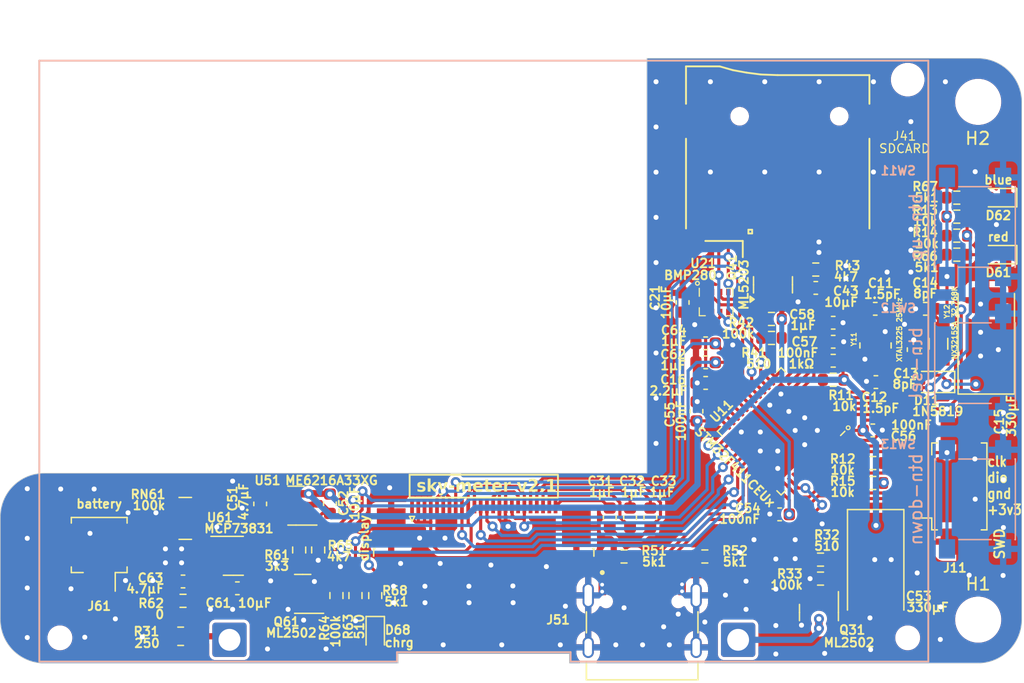
<source format=kicad_pcb>
(kicad_pcb (version 20240108) (generator "pcbnew") (generator_version "8.0")
  (layers (0 "F.Cu" signal) (31 "B.Cu" signal) (34 "B.Paste" user) (35 "F.Paste" user) (36 "B.SilkS" user "B.Silkscreen") (37 "F.SilkS" user "F.Silkscreen") (38 "B.Mask" user) (39 "F.Mask" user) (44 "Edge.Cuts" user))
  (net 0 "")
  (net 1 "GND")
  (net 2 "Net-(U11-PH0)")
  (net 3 "Net-(U11-PH1)")
  (net 4 "Net-(U11-PC14)")
  (net 5 "Net-(U11-PC15)")
  (net 6 "Net-(J31-Pin_20)")
  (net 7 "Net-(J31-Pin_24)")
  (net 8 "Net-(J31-Pin_22)")
  (net 9 "Net-(J31-Pin_23)")
  (net 10 "Net-(J31-Pin_21)")
  (net 11 "Net-(U11-VCAP1)")
  (net 12 "/sdcard-en")
  (net 13 "+3V3")
  (net 14 "/d-en")
  (net 15 "+3.3VA")
  (net 16 "usb-5v")
  (net 17 "batt-info")
  (net 18 "Net-(U61-VBAT)")
  (net 19 "+BATT")
  (net 20 "/spi-mosi")
  (net 21 "/spi-clk")
  (net 22 "/d-rst")
  (net 23 "/d-rs-dc")
  (net 24 "/d-cs")
  (net 25 "Net-(J32-Pin_1)")
  (net 26 "Net-(J32-Pin_2)")
  (net 27 "/sdcard-cs")
  (net 28 "/spi-miso")
  (net 29 "/sdcard-cd")
  (net 30 "Net-(J51-CC1)")
  (net 31 "/usb-d+")
  (net 32 "/usb-d-")
  (net 33 "Net-(J51-CC2)")
  (net 36 "Net-(U11-NRST)")
  (net 37 "Net-(Q31-G)")
  (net 38 "Net-(Q61-G)")
  (net 39 "Net-(Q61-D)")
  (net 40 "Net-(U11-BOOT0)")
  (net 41 "d-led")
  (net 42 "chg-cur")
  (net 43 "chg-hi")
  (net 44 "Net-(RN61-R2.1)")
  (net 45 "Net-(RN61-R3.2)")
  (net 46 "/btn-up")
  (net 47 "/btn-sel")
  (net 48 "/btn-dn")
  (net 49 "bmp280-cs")
  (net 50 "chg-ind")
  (net 51 "/swdio")
  (net 52 "/swclk")
  (net 53 "Net-(D61-A)")
  (net 54 "Net-(D62-A)")
  (net 55 "/led-r")
  (net 56 "/led-b")
  (net 58 "Net-(D11-K)")
  (net 65 "Net-(J41-Vdd)")
  (net 66 "Net-(D68-K)")
  (net 69 "Net-(Q41-G)")
  (footprint "Resistor_SMD:R_0603_1608Metric" (layer "F.Cu") (at 106.553 70.8129 180)
    (property "Reference" "R33")
    (property "Value" "100k")
  )
  (footprint "Capacitor_SMD:C_0603_1608Metric" (layer "F.Cu") (at 95.504 48.6664 90)
    (property "Reference" "C21")
    (property "Value" "10μF")
  )
  (footprint "Resistor_SMD:R_0603_1608Metric" (layer "F.Cu") (at 106.172 46.0248)
    (property "Reference" "R43")
    (property "Value" "4k7")
  )
  (footprint "Package_DFN_QFN:QFN-48-1EP_7x7mm_P0.5mm_EP5.6x5.6mm" (layer "F.Cu") (at 103.392884 58.997777 -135)
    (property "Reference" "U11")
    (property "Value" "STM32F411CEUx")
  )
  (footprint "Package_TO_SOT_SMD:SOT-23-5" (layer "F.Cu") (at 59.4923 68.9834)
    (property "Reference" "U61")
    (property "Value" "MCP73831")
  )
  (footprint "Resistor_SMD:R_0603_1608Metric" (layer "F.Cu") (at 64.77 68.516 -90)
    (property "Reference" "R61")
    (property "Value" "3k3")
  )
  (footprint "Package_TO_SOT_SMD:SOT-23" (layer "F.Cu") (at 102.743 47.248 90)
    (property "Reference" "Q41")
    (property "Value" "ML5203")
  )
  (footprint "Capacitor_SMD:C_0603_1608Metric" (layer "F.Cu") (at 114.0206 52.4473 -90)
    (property "Reference" "C13")
    (property "Value" "8pF")
  )
  (footprint "Package_TO_SOT_SMD:SOT-23" (layer "F.Cu") (at 65.0517 72.0364 180)
    (property "Reference" "Q61")
    (property "Value" "ML2502")
  )
  (footprint "Capacitor_SMD:C_0603_1608Metric" (layer "F.Cu") (at 61.6458 64.8206 -90)
    (property "Reference" "C51")
    (property "Value" "4.7μF")
  )
  (footprint "Capacitor_SMD:C_0603_1608Metric" (layer "F.Cu") (at 96.6098 57.391 90)
    (property "Reference" "C55")
    (property "Value" "100nF")
  )
  (footprint "TSX-3225_16.0000MF18X-AC3:XTAL_TSX-3225_16.0000MF18X-AC3" (layer "F.Cu") (at 110.96 52.113 -90)
    (property "Reference" "Y11")
    (property "Value" "XTAL3225 25MHz")
  )
  (footprint "Resistor_SMD:R_0603_1608Metric" (layer "F.Cu") (at 66.294 68.516 -90)
    (property "Reference" "R65")
    (property "Value" "4k7")
  )
  (footprint "Capacitor_SMD:C_0603_1608Metric" (layer "F.Cu") (at 67.2338 64.8076 90)
    (property "Reference" "C52")
    (property "Value" "10μF")
  )
  (footprint "LED_SMD:LED_0603_1608Metric" (layer "F.Cu") (at 70.866 75.3364 -90)
    (property "Reference" "D68")
    (property "Value" "chrg")
  )
  (footprint "Capacitor_SMD:C_0603_1608Metric" (layer "F.Cu") (at 89.662 65.9254 90)
    (property "Reference" "C31")
    (property "Value" "1μF")
  )
  (footprint "Resistor_SMD:R_0603_1608Metric" (layer "F.Cu") (at 90.805 69.0372)
    (property "Reference" "R51")
    (property "Value" "5k1")
  )
  (footprint "Inductor_SMD:L_0603_1608Metric" (layer "F.Cu") (at 107.5689 53.34 180)
    (property "Reference" "FB51" (hide yes))
    (property "Value" "1kΩ")
  )
  (footprint "Connector_FFC-FPC:TE_2-1734839-4_1x24-1MP_P0.5mm_Horizontal" (layer "F.Cu") (at 79.5652 66.374)
    (property "Reference" "J31" (hide yes))
    (property "Value" "display")
  )
  (footprint "LED_SMD:LED_0603_1608Metric" (layer "F.Cu") (at 120.8024 44.831 180)
    (property "Reference" "D61")
    (property "Value" "red")
  )
  (footprint "Capacitor_SMD:C_0603_1608Metric" (layer "F.Cu") (at 92.9132 65.9254 90)
    (property "Reference" "C33")
    (property "Value" "1μF")
  )
  (footprint "Connector_Molex:Molex_PicoBlade_53261-0271_1x02-1MP_P1.25mm_Horizontal" (layer "F.Cu") (at 48.7426 68.6184 180)
    (property "Reference" "J61")
    (property "Value" "battery")
  )
  (footprint "Resistor_SMD:R_0603_1608Metric" (layer "F.Cu") (at 107.569 54.864 180)
    (property "Reference" "R11")
    (property "Value" "10k")
  )
  (footprint "Resistor_SMD:R_0603_1608Metric" (layer "F.Cu") (at 117.475 43.307 180)
    (property "Reference" "R14")
    (property "Value" "10k")
  )
  (footprint "Diode_SMD:D_SOD-323" (layer "F.Cu") (at 115.697 55.0418 180)
    (property "Reference" "D11")
    (property "Value" "1N5819")
  )
  (footprint "Resistor_SMD:R_Array_Convex_4x0603" (layer "F.Cu") (at 55.6404 65.983)
    (property "Reference" "RN61")
    (property "Value" "100k")
  )
  (footprint "Resistor_SMD:R_0603_1608Metric" (layer "F.Cu") (at 67.7574 72.1709 90)
    (property "Reference" "R64")
    (property "Value" "100k")
  )
  (footprint "MountingHole:MountingHole_3.2mm_M3" (layer "F.Cu") (at 119.1895 74.1038)
    (property "Reference" "H1")
    (property "Value" "MountingHole" (hide yes))
  )
  (footprint "Package_TO_SOT_SMD:SOT-23" (layer "F.Cu") (at 106.426 73.533 -90)
    (property "Reference" "Q31")
    (property "Value" "ML2502")
  )
  (footprint "Resistor_SMD:R_0603_1608Metric" (layer "F.Cu") (at 110.744 63.1444 180)
    (property "Reference" "R15")
    (property "Value" "10k")
  )
  (footprint "Package_LGA:Bosch_LGA-8_2x2.5mm_P0.65mm_ClockwisePinNumbering" (layer "F.Cu") (at 98.1866 48.6284)
    (property "Reference" "U21")
    (property "Value" "BMP280")
  )
  (footprint "Resistor_SMD:R_0603_1608Metric" (layer "F.Cu") (at 102.6226 51.5112)
    (property "Reference" "R41")
    (property "Value" "510")
  )
  (footprint "NX3215SA-32.768K-STD-MUA-14:XTAL_NX3215SA-32.768K-STD-MUA-14" (layer "F.Cu") (at 116.0018 51.9777 -90)
    (property "Reference" "Y12")
    (property "Value" "NX3215SA 32.768K")
  )
  (footprint "Capacitor_SMD:C_0603_1608Metric" (layer "F.Cu") (at 107.569 51.816 180)
    (property "Reference" "C57")
    (property "Value" "100nF")
  )
  (footprint "my:display-128x64" (layer "F.Cu") (at 79.566 53.369)
    (property "Reference" "J32" (hide yes))
    (property "Value" "~" (hide yes))
  )
  (footprint "Capacitor_SMD:C_0603_1608Metric" (layer "F.Cu") (at 107.569 50.292 180)
    (property "Reference" "C58")
    (property "Value" "1μF")
  )
  (footprint "Capacitor_SMD:C_0603_1608Metric" (layer "F.Cu") (at 97.3458 55.118 180)
    (property "Reference" "C16")
    (property "Value" "2.2μF")
  )
  (footprint "Capacitor_SMD:C_0603_1608Metric" (layer "F.Cu") (at 55.4614 71.0438 180)
    (property "Reference" "C63")
    (property "Value" "4.7μF")
  )
  (footprint "Resistor_SMD:R_0603_1608Metric" (layer "F.Cu") (at 69.2814 72.1709 90)
    (property "Reference" "R63")
    (property "Value" "510")
  )
  (footprint "Resistor_SMD:R_0805_2012Metric" (layer "F.Cu") (at 55.2704 75.438 180)
    (property "Reference" "R31")
    (property "Value" "250")
  )
  (footprint "Connector_Molex:Molex_PicoBlade_53261-0471_1x04-1MP_P1.25mm_Horizontal" (layer "F.Cu") (at 117.1782 63.4184 90)
    (property "Reference" "J11")
    (property "Value" "SWD")
  )
  (footprint "Resistor_SMD:R_0603_1608Metric" (layer "F.Cu") (at 97.282 69.0372)
    (property "Reference" "R52")
    (property "Value" "5k1")
  )
  (footprint "Capacitor_Tantalum_SMD:CP_EIA-7343-20_Kemet-V" (layer "F.Cu") (at 119.8372 51.6011 90)
    (property "Reference" "C15")
    (property "Value" "330μF")
  )
  (footprint "microsd:Conn_uSDcard" (layer "F.Cu") (at 103.1216 33.7312 180)
    (property "Reference" "J41")
    (property "Value" "SDCARD")
  )
  (footprint "Capacitor_SMD:C_0603_1608Metric" (layer "F.Cu") (at 114.948 49.1744)
    (property "Reference" "C14")
    (property "Value" "8pF")
  )
  (footprint "Resistor_SMD:R_0603_1608Metric" (layer "F.Cu") (at 117.475 44.831 180)
    (property "Reference" "R66")
    (property "Value" "5k1")
  )
  (footprint "Capacitor_SMD:C_0603_1608Metric" (layer "F.Cu") (at 59.817 71.5894 180)
    (property "Reference" "C61")
    (property "Value" "10μF")
  )
  (footprint "Resistor_SMD:R_0603_1608Metric" (layer "F.Cu") (at 106.553 69.2889 180)
    (property "Reference" "R32")
    (property "Value" "510")
  )
  (footprint "Resistor_SMD:R_0603_1608Metric" (layer "F.Cu") (at 102.6226 49.9872)
    (property "Reference" "R42")
    (property "Value" "100k")
  )
  (footprint "Capacitor_SMD:C_0603_1608Metric" (layer "F.Cu") (at 106.172 47.498 180)
    (property "Reference" "C43")
    (property "Value" "10μF")
  )
  (footprint "Resistor_SMD:R_0603_1608Metric" (layer "F.Cu") (at 55.4614 72.5932 180)
    (property "Reference" "R62")
    (property "Value" "0")
  )
  (footprint "Capacitor_SMD:C_0603_1608Metric" (layer "F.Cu") (at 97.3452 53.467 180)
    (property "Reference" "C62")
    (property "Value" "1μF")
  )
  (footprint "Capacitor_SMD:C_0603_1608Metric" (layer "F.Cu") (at 110.9896 55.0504)
    (property "Reference" "C12")
    (property "Value" "1.5pF")
  )
  (footprint "TYPE-C-31-M-12:HRO_TYPE-C-31-M-12" (layer "F.Cu") (at 92.2598 76.327)
    (property "Reference" "J51")
    (property "Value" "TYPE-C-31-M-12" (hide yes))
  )
  (footprint "Capacitor_SMD:C_0603_1608Metric" (layer "F.Cu") (at 91.2876 65.9248 90)
    (property "Reference" "C32")
    (property "Value" "1μF")
  )
  (footprint "Resistor_SMD:R_0603_1608Metric" (layer "F.Cu") (at 117.475 41.783 180)
    (property "Reference" "R13")
    (property "Value" "10k")
  )
  (footprint "Capacitor_SMD:C_0603_1608Metric" (layer "F.Cu") (at 110.9388 49.1744 180)
    (property "Reference" "C11")
    (property "Value" "1.5pF")
  )
  (footprint "Capacitor_Tantalum_SMD:CP_EIA-7343-20_Kemet-V" (layer "F.Cu") (at 110.9726 69.6859 -90)
    (property "Reference" "C53")
    (property "Value" "330μF")
  )
  (footprint "Resistor_SMD:R_0603_1608Metric" (layer "F.Cu") (at 117.475 40.259 180)
    (property "Reference" "R67")
    (property "Value" "5k1")
  )
  (footprint "Capacitor_SMD:C_0603_1608Metric" (layer "F.Cu") (at 97.3452 51.943 180)
    (property "Reference" "C64")
    (property "Value" "1μF")
  )
  (footprint "LED_SMD:LED_0603_1608Metric" (layer "F.Cu") (at 120.8024 40.259 180)
    (property "Reference" "D62")
    (property "Value" "blue")
  )
  (footprint "Resistor_SMD:R_0603_1608Metric" (layer "F.Cu") (at 110.744 61.5442)
    (property "Reference" "R12")
    (property "Value" "10k")
  )
  (footprint "Package_TO_SOT_SMD:SOT-23" (layer "F.Cu") (at 64.5137 64.96 180)
    (property "Reference" "U51")
    (property "Value" "ME6216A33XG")
  )
  (footprint "Capacitor_SMD:C_0603_1608Metric" (layer "F.Cu") (at 110.744 58.928)
    (property "Reference" "C56")
    (property "Value" "100nF")
  )
  (footprint "Capacitor_SMD:C_0603_1608Metric" (layer "F.Cu") (at 103.274748 65.659 180)
    (property "Reference" "C54")
    (property "Value" "100nF")
  )
  (footprint "Resistor_SMD:R_0603_1608Metric" (layer "F.Cu") (at 70.866 72.1736 90)
    (property "Reference" "R68")
    (property "Value" "5k1")
  )
  (footprint "MountingHole:MountingHole_3.2mm_M3" (layer "F.Cu") (at 119.1895 32.5762)
    (property "Reference" "H2")
    (property "Value" "MountingHole" (hide yes))
  )
  (footprint "Button_Switch_SMD:SW_Push_1P1T_NO_6x6mm_H9.5mm" (layer "B.Cu") (at 118.9334 42.6086 90)
    (property "Reference" "SW11")
    (property "Value" "btn-up")
  )
  (footprint "Button_Switch_SMD:SW_Push_1P1T_NO_6x6mm_H9.5mm" (layer "B.Cu") (at 118.9334 53.5306 90)
    (property "Reference" "SW12")
    (property "Value" "btn-sel")
  )
  (footprint "Button_Switch_SMD:SW_Push_1P1T_NO_6x6mm_H9.5mm" (layer "B.Cu") (at 118.9376 64.4524 90)
    (property "Reference" "SW13")
    (property "Value" "btn-down")
  )
  (gr_rect (start 73.622655 62.484) (end 85.509855 64.3128) (stroke (width 0.15)) (fill none) (layer "F.SilkS"))
  (gr_line (start 72.7075 77.597) (end 44.323 77.597) (stroke (width 0.05)) (layer "Edge.Cuts"))
  (gr_line (start 92.6338 29.083) (end 92.6338 62.357) (stroke (width 0.05)) (layer "Edge.Cuts"))
  (gr_line (start 122.682 32.5882) (end 122.682 74.0918) (stroke (width 0.05)) (layer "Edge.Cuts"))
  (gr_line (start 72.7075 77.597) (end 72.7075 76.835) (stroke (width 0.05)) (layer "Edge.Cuts"))
  (gr_line (start 86.4235 77.597) (end 86.4235 76.835) (stroke (width 0.05)) (layer "Edge.Cuts"))
  (gr_line (start 92.6338 29.083) (end 119.1768 29.083) (stroke (width 0.05)) (layer "Edge.Cuts"))
  (gr_line (start 86.4235 77.597) (end 119.1768 77.597) (stroke (width 0.05)) (layer "Edge.Cuts"))
  (gr_arc (start 40.8178 65.8622) (mid 41.844449 63.383649) (end 44.323 62.357) (stroke (width 0.05)) (layer "Edge.Cuts"))
  (gr_line (start 72.7075 76.835) (end 86.4235 76.835) (stroke (width 0.05)) (layer "Edge.Cuts"))
  (gr_line (start 40.8178 74.0918) (end 40.8178 65.8622) (stroke (width 0.05)) (layer "Edge.Cuts"))
  (gr_arc (start 44.323 77.597) (mid 41.844449 76.570351) (end 40.8178 74.0918) (stroke (width 0.05)) (layer "Edge.Cuts"))
  (gr_arc (start 122.682 74.0918) (mid 121.655351 76.570351) (end 119.1768 77.597) (stroke (width 0.05)) (layer "Edge.Cuts"))
  (gr_arc (start 119.1768 29.083) (mid 121.655351 30.109649) (end 122.682 32.5882) (stroke (width 0.05)) (layer "Edge.Cuts"))
  (gr_line (start 92.6338 62.357) (end 44.323 62.357) (stroke (width 0.05)) (layer "Edge.Cuts"))
  (gr_text "clk\ndio\ngnd\n+3v3" (at 119.8372 65.7606 0) (layer "F.SilkS") (effects (font (size 0.8 0.7)) (justify left bottom)))
  (gr_text "sky-meter v2.1" (at 74.168 64.008 0) (layer "F.SilkS") (effects (font (size 1 0.95) (thickness 0.225) (bold yes)) (justify left bottom)))
  (segment (start 116.703 64.0434) (end 116.7384 64.008) (width 0.5) (layer "F.Cu") (net 1))
  (segment (start 67.2338 65.5826) (end 67.2325 65.5813) (width 0.25) (layer "F.Cu") (net 1))
  (segment (start 114.7782 64.0434) (end 113.7566 64.0434) (width 0.5) (layer "F.Cu") (net 1))
  (segment (start 48.1176 69.0472) (end 48.1176 71.0184) (width 0.75) (layer "F.Cu") (net 1))
  (segment (start 102.499748 64.602948) (end 102.209889 64.313089) (width 0.25) (layer "F.Cu") (net 1))
  (segment (start 106.495777 58.997777) (end 106.299 58.801) (width 0.25) (layer "F.Cu") (net 1))
  (segment (start 112.5318 51.013) (end 113.1911 51.6723) (width 0.25) (layer "F.Cu") (net 1))
  (segment (start 67.1631 71.3459) (end 66.9036 71.0864) (width 0.25) (layer "F.Cu") (net 1))
  (segment (start 110.236 55.0718) (end 110.2146 55.0504) (width 0.25) (layer "F.Cu") (net 1))
  (segment (start 110.719 59.728) (end 111.506 58.941) (width 0.25) (layer "F.Cu") (net 1))
  (segment (start 111.569 61.5442) (end 112.1918 61.5442) (width 0.25) (layer "F.Cu") (net 1))
  (segment (start 107.414554 59.837466) (end 107.75786 60.180772) (width 0.25) (layer "F.Cu") (net 1))
  (segment (start 108.763 51.816) (end 110.16 53.213) (width 0.25) (layer "F.Cu") (net 1))
  (segment (start 96.6098 56.616) (end 96.6098 55.1806) (width 0.25) (layer "F.Cu") (net 1))
  (segment (start 114.173 49.1744) (end 111.76 49.1744) (width 0.25) (layer "F.Cu") (net 1))
  (segment (start 105.7148 70.8152) (end 105.728 71.2846) (width 0.5) (layer "F.Cu") (net 1))
  (segment (start 111.5444 58.9026) (end 111.519 58.928) (width 0.25) (layer "F.Cu") (net 1))
  (segment (start 48.1176 71.0184) (end 48.1176 72.4816) (width 0.75) (layer "F.Cu") (net 1))
  (segment (start 104.590777 58.997777) (end 104.394 58.801) (width 0.25) (layer "F.Cu") (net 1))
  (segment (start 111.506 58.941) (end 111.506 58.9026) (width 0.25) (layer "F.Cu") (net 1))
  (segment (start 97.829126 56.616) (end 99.371214 58.158088) (width 0.25) (layer "F.Cu") (net 1))
  (segment (start 114.7782 64.0434) (end 116.703 64.0434) (width 0.5) (layer "F.Cu") (net 1))
  (segment (start 102.553195 63.019447) (end 103.392884 62.179758) (width 0.25) (layer "F.Cu") (net 1))
  (segment (start 110.1552 54.991) (end 110.236 54.991) (width 0.25) (layer "F.Cu") (net 1))
  (segment (start 112.1918 61.5442) (end 113.284 60.452) (width 0.25) (layer "F.Cu") (net 1))
  (segment (start 106.426 45.4538) (end 106.997 46.0248) (width 0.4) (layer "F.Cu") (net 1))
  (segment (start 89.0524 70.9168) (end 88.5698 70.4342) (width 0.5) (layer "F.Cu") (net 1))
  (segment (start 104.394 56.936) (end 103.392884 57.937116) (width 0.25) (layer "F.Cu") (net 1))
  (segment (start 113.1911 51.6723) (end 114.0206 51.6723) (width 0.25) (layer "F.Cu") (net 1))
  (segment (start 111.7346 51.0032) (end 111.76 49.2206) (width 0.25) (layer "F.Cu") (net 1))
  (segment (start 80.7212 63.8556) (end 80.8736 63.8556) (width 0.25) (layer "F.Cu") (net 1))
  (segment (start 114.0206 51.6636) (end 114.0206 50.5714) (width 0.25) (layer "F.Cu") (net 1))
  (segment (start 112.8306 64.9694) (end 108.157 64.9694) (width 0.5) (layer "F.Cu") (net 1))
  (segment (start 113.7566 64.0434) (end 112.8306 64.9694) (width 0.5) (layer "F.Cu") (net 1))
  (segment (start 81.3308 63.8556) (end 81.9912 63.8556) (width 0.25) (layer "F.Cu") (net 1))
  (segment (start 66.6227 65.5813) (end 66.294 65.91) (width 0.25) (layer "F.Cu") (net 1))
  (segment (start 80.8152 65.024) (end 80.8152 63.914) (width 0.25) (layer "F.Cu") (net 1))
  (segment (start 95.8088 70.5358) (end 100.1014 70.5358) (width 0.5) (layer "F.Cu") (net 1))
  (segment (start 114.173 50.419) (end 114.173 49.1744) (width 0.25) (layer "F.Cu") (net 1))
  (segment (start 106.426 44.6532) (end 106.426 45.4538) (width 0.4) (layer "F.Cu") (net 1))
  (segment (start 111.76 51.013) (end 112.5318 51.013) (width 0.25) (layer "F.Cu") (net 1))
  (segment (start 67.2325 65.5813) (end 66.6227 65.5813) (width 0.25) (layer "F.Cu") (net 1))
  (segment (start 67.7574 71.3459) (end 67.7574 70.1646) (width 0.25) (layer "F.Cu") (net 1))
  (segment (start 61.6474 65.594) (end 62.6252 65.594) (width 0.25) (layer "F.Cu") (net 1))
  (segment (start 102.209889 64.313089) (end 102.209889 63.362753) (width 0.25) (layer "F.Cu") (net 1))
  (segment (start 105.293233 56.036767) (end 104.434 56.896) (width 0.25) (layer "F.Cu") (net 1))
  (segment (start 80.3152 65.024) (end 80.3152 64.2616) (width 0.25) (layer "F.Cu") (net 1))
  (segment (start 96.6098 55.1806) (end 96.6724 55.118) (width 0.25) (layer "F.Cu") (net 1))
  (segment (start 65.9892 71.0864) (end 65.9892 71.0438) (width 0.25) (layer "F.Cu") (net 1))
  (segment (start 89.0524 71.2978) (end 89.0524 70.9168) (width 0.5) (layer "F.Cu") (net 1))
  (segment (start 66.1416 72.1868) (end 67.7672 72.1868) (width 0.4) (layer "F.Cu") (net 1))
  (segment (start 108.602358 59.728) (end 110.719 59.728) (width 0.25) (layer "F.Cu") (net 1))
  (segment (start 96.5708 53.5946) (end 96.5702 53.594) (width 0.25) (layer "F.Cu") (net 1))
  (segment (start 108.3564 50.292) (end 108.3564 51.7652) (width 0.25) (layer "F.Cu") (net 1))
  (segment (start 102.209889 63.362753) (end 102.553195 63.019447) (width 0.25) (layer "F.Cu") (net 1))
  (segment (start 67.7574 71.3459) (end 67.7574 72.177) (width 0.4) (layer "F.Cu") (net 1))
  (segment (start 108.157 64.9694) (end 106.7054 66.421) (width 0.5) (layer "F.Cu") (net 1))
  (segment (start 66.9036 71.0864) (end 65.9892 71.0864) (width 0.25) (layer "F.Cu") (net 1))
  (segment (start 67.7574 71.3459) (end 67.1631 71.3459) (width 0.25) (layer "F.Cu") (net 1))
  (segment (start 80.8736 63.8556) (end 81.3308 63.8556) (width 0.25) (layer "F.Cu") (net 1))
  (segment (start 104.394 56.896) (end 104.394 56.936) (width 0.25) (layer "F.Cu") (net 1))
  (segment (start 102.489 65.6336) (end 102.499748 65.622852) (width 0.25) (layer "F.Cu") (net 1))
  (segment (start 66.294 69.342) (end 66.294 69.341) (width 0.25) (layer "F.Cu") (net 1))
  (segment (start 111.76 51.013) (end 111.7346 51.0032) (width 0.25) (layer "F.Cu") (net 1))
  (segment (start 97.8616 48.964796) (end 97.8616 49.4284) (width 0.25) (layer "F.Cu") (net 1))
  (segment (start 104.394 58.801) (end 104.197223 58.997777) (width 0.25) (layer "F.Cu") (net 1))
  (segment (start 66.294 70.2818) (end 66.294 69.342) (width 0.25) (layer "F.Cu") (net 1))
  (segment (start 82.3152 64.1796) (end 82.3152 65.024) (width 0.25) (layer "F.Cu") (net 1))
  (segment (start 104.197223 58.997777) (end 103.392884 58.997777) (width 0.25) (layer "F.Cu") (net 1))
  (segment (start 66.5228 64.8716) (end 66.1924 64.8716) (width 0.5) (layer "F.Cu") (net 1))
  (segment (start 114.0206 51.6723) (end 114.0206 51.6636) (width 0.25) (layer "F.Cu") (net 1))
  (segment (start 65.9892 72.0344) (end 66.1416 72.1868) (width 0.4) (layer "F.Cu") (net 1))
  (segment (start 65.9892 70.5866) (end 66.294 70.2818) (width 0.25) (layer "F.Cu") (net 1))
  (segment (start 102.499748 65.644348) (end 102.489 65.6336) (width 0.25) (layer "F.Cu") (net 1))
  (segment (start 106.102223 58.997777) (end 104.590777 58.997777) (width 0.25) (layer "F.Cu") (net 1))
  (segment (start 108.149586 60.180772) (end 108.602358 59.728) (width 0.25) (layer "F.Cu") (net 1))
  (segment (start 114.0206 50.5714) (end 114.173 50.419) (width 0.25) (layer "F.Cu") (net 1))
  (segment (start 104.434 56.896) (end 104.394 56.896) (width 0.25) (layer "F.Cu") (net 1))
  (segment (start 105.728 71.2846) (end 105.476 71.5366) (width 0.5) (layer "F.Cu") (net 1))
  (segment (start 67.7574 70.1646) (end 68.072 69.85) (width 0.25) (layer "F.Cu") (net 1))
  (segment (start 100.1014 70.5358) (end 100.584 71.0184) (width 0.5) (layer "F.Cu") (net 1))
  (segment (start 111.506 58.9026) (end 111.5444 58.9026) (width 0.25) (layer "F.Cu") (net 1))
  (segment (start 110.16 53.213) (end 110.109 53.213) (width 0.25) (layer "F.Cu") (net 1))
  (segment (start 107.414554 59.837466) (end 106.574865 58.997777) (width 0.25) (layer "F.Cu") (net 1))
  (segment (start 110.16 54.9958) (end 110.1552 54.991) (width 0.25) (layer "F.Cu") (net 1))
  (segment (start 97.1486 47.8914) (end 97.2116 47.8284) (width 0.25) (layer "F.Cu") (net 1))
  (segment (start 81.3152 65.024) (end 81.3152 63.8712) (width 0.25) (layer "F.Cu") (net 1))
  (segment (start 81.9912 63.8556) (end 82.3152 64.1796) (width 0.25) (layer "F.Cu") (net 1))
  (segment (start 106.299 58.801) (end 106.102223 58.997777) (width 0.25) (layer "F.Cu") (net 1))
  (segment (start 106.7054 66.421) (end 106.68 66.421) (width 0.5) (layer "F.Cu") (net 1))
  (segment (start 67.2338 65.5826) (end 66.5228 64.8716) (width 0.5) (layer "F.Cu") (net 1))
  (segment (start 108.3564 50.6476) (end 108.331 50.673) (width 0.25) (layer "F.Cu") (net 1))
  (segment (start 110.236 54.991) (end 110.236 55.0718) (width 0.25) (layer "F.Cu") (net 1))
  (segment (start 95.504 47.8914) (end 97.1486 47.8914) (width 0.25) (layer "F.Cu") (net 1))
  (segment (start 80.3152 64.2616) (end 80.7212 63.8556) (width 0.25) (layer "F.Cu") (net 1))
  (segment (start 106.574865 58.997777) (end 106.495777 58.997777) (width 0.25) (layer "F.Cu") (net 1))
  (segment (start 65.9892 71.0864) (end 65.9892 72.0344) (width 0.4) (layer "F.Cu") (net 1))
  (segment (start 65.4512 65.91) (end 66.294 65.91) (width 0.25) (layer "F.Cu") (net 1))
  (segment (start 97.2116 48.314796) (end 97.8616 48.964796) (width 0.25) (layer "F.Cu") (net 1))
  (segment (start 102.499748 65.622852) (end 102.499748 64.602948) (width 0.25) (layer "F.Cu") (net 1))
  (segment (start 105.476 71.5366) (end 105.476 72.5955) (width 0.5) (layer "F.Cu") (net 1))
  (segment (start 103.392884 57.937116) (end 103.392884 58.997777) (width 0.25) (layer "F.Cu") (net 1))
  (segment (start 108.4072 51.816) (end 108.763 51.816) (width 0.25) (layer "F.Cu") (net 1))
  (segment (start 62.9412 65.91) (end 62.6252 65.594) (width 0.25) (layer "F.Cu") (net 1))
  (segment (start 103.392884 62.179758) (end 103.392884 58.997777) (width 0.25) (layer "F.Cu") (net 1))
  (segment (start 105.728 70.8129) (end 105.7148 70.8152) (width 0.5) (layer "F.Cu") (net 1))
  (segment (start 97.2116 47.8284) (end 97.2116 48.314796) (width 0.25) (layer "F.Cu") (net 1))
  (segment (start 95.4532 71.2724) (end 95.4532 70.8914) (width 0.5) (layer "F.Cu") (net 1))
  (segment (start 111.76 49.1744) (end 111.7138 49.1744) (width 0.25) (layer "F.Cu") (net 1))
  (segment (start 102.499748 65.659) (end 102.499748 65.644348) (width 0.25) (layer "F.Cu") (net 1))
  (segment (start 108.344 51.816) (end 108.4072 51.816) (width 0.25) (layer "F.Cu") (net 1))
  (segment (start 96.5702 53.594) (end 96.5702 52.07) (width 0.25) (layer "F.Cu") (net 1))
  (segment (start 107.75786 60.180772) (end 108.149586 60.180772) (width 0.25) (layer "F.Cu") (net 1))
  (segment (start 67.7672 72.1868) (end 71.4756 72.1868) (width 0.4) (layer "F.Cu") (net 1))
  (segment (start 111.76 49.2206) (end 111.7138 49.1744) (width 0.25) (layer "F.Cu") (net 1))
  (segment (start 65.4512 65.91) (end 62.9412 65.91) (width 0.25) (layer "F.Cu") (net 1))
  (segment (start 67.7574 72.177) (end 67.7672 72.1868) (width 0.4) (layer "F.Cu") (net 1))
  (segment (start 95.4532 70.8914) (end 95.8088 70.5358) (width 0.5) (layer "F.Cu") (net 1))
  (segment (start 65.9892 71.0438) (end 65.9892 70.5866) (width 0.25) (layer "F.Cu") (net 1))
  (segment (start 96.5708 55.118) (end 96.5708 53.5946) (width 0.25) (layer "F.Cu") (net 1))
  (segment (start 61.6458 65.5956) (end 61.6474 65.594) (width 0.25) (layer "F.Cu") (net 1))
  (segment (start 58.3548 68.9834) (end 56.3402 68.9834) (width 0.5) (layer "F.Cu") (net 1))
  (via (at 106.299 58.928) (size 0.8) (drill 0.4) (layers "F.Cu" "B.Cu") (net 1))
  (via (at 52.197 75.4888) (size 0.8) (drill 0.4) (layers "F.Cu" "B.Cu") (net 1))
  (via (at 59.436 62.992) (size 0.8) (drill 0.4) (layers "F.Cu" "B.Cu") (net 1))
  (via (at 116.1542 75.692) (size 0.8) (drill 0.4) (layers "F.Cu" "B.Cu") (net 1))
  (via (at 119.38 48.7934) (size 0.8) (drill 0.4) (layers "F.Cu" "B.Cu") (net 1))
  (via (at 90.1446 76.1238) (size 0.8) (drill 0.4) (layers "F.Cu" "B.Cu") (net 1))
  (via (at 121.2088 57.5056) (size 0.8) (drill 0.4) (layers "F.Cu" "B.Cu") (net 1))
  (via (at 94.4372 76.1238) (size 0.8) (drill 0.4) (layers "F.Cu" "B.Cu") (net 1))
  (via (at 106.426 43.815) (size 0.8) (drill 0.4) (layers "F.Cu" "B.Cu") (net 1))
  (via (at 114.3 70.358) (size 0.8) (drill 0.4) (layers "F.Cu" "B.Cu") (net 1))
  (via (at 101.219 67.691) (size 0.8) (drill 0.4) (layers "F.Cu" "B.Cu") (net 1))
  (via (at 111.506 58.9026) (size 0.8) (drill 0.4) (layers "F.Cu" "B.Cu") (net 1))
  (via (at 121.1834 70.5612) (size 0.8) (drill 0.4) (layers "F.Cu" "B.Cu") (net 1))
  (via (at 113.792 46.228) (size 0.8) (drill 0.4) (layers "F.Cu" "B.Cu") (net 1))
  (via (at 113.284 50.419) (size 0.8) (drill 0.4) (layers "F.Cu" "B.Cu") (net 1))
  (via (at 108.3564 50.292) (size 0.8) (drill 0.4) (layers "F.Cu" "B.Cu") (net 1))
  (via (at 120.65 42.418) (size 0.8) (drill 0.4) (layers "F.Cu" "B.Cu") (net 1))
  (via (at 106.4387 30.9626) (size 0.8) (drill 0.4) (layers "F.Cu" "B.Cu") (net 1))
  (via (at 93.3704 34.58845) (size 0.8) (drill 0.4) (layers "F.Cu" "B.Cu") (net 1))
  (via (at 76.454 67.564) (size 0.8) (drill 0.4) (layers "F.Cu" "B.Cu") (net 1))
  (via (at 53.0352 70.9676) (size 0.8) (drill 0.4) (layers "F.Cu" "B.Cu") (net 1))
  (via (at 108.4072 51.816) (size 0.8) (drill 0.4) (layers "F.Cu" "B.Cu") (net 1))
  (via (at 118.9482 38.1762) (size 0.8) (drill 0.4) (layers "F.Cu" "B.Cu") (net 1))
  (via (at 76.073 69.596) (size 0.8) (drill 0.4) (layers "F.Cu" "B.Cu") (net 1))
  (via (at 81.915 72.7456) (size 0.8) (drill 0.4) (layers "F.Cu" "B.Cu") (net 1))
  (via (at 95.4532 71.8312) (size 0.5) (drill 0.3) (layers "F.Cu" "B.Cu") (net 1))
  (via (at 111.76 49.1744) (size 0.8) (drill 0.4) (layers "F.Cu" "B.Cu") (net 1))
  (via (at 97.7265 30.9626) (size 0.8) (drill 0.4) (layers "F.Cu" "B.Cu") (net 1))
  (via (at 104.521 67.691) (size 0.8) (drill 0.4) (layers "F.Cu" "B.Cu") (net 1))
  (via (at 66.92392 76.454) (size 0.8) (drill 0.4) (layers "F.Cu" "B.Cu") (net 1))
  (via (at 110.8964 69.2912) (size 0.8) (drill 0.4) (layers "F.Cu" "B.Cu") (net 1))
  (via (at 42.9768 63.6016) (size 0.8) (drill 0.4) (layers "F.Cu" "B.Cu") (net 1))
  (via (at 103.124 60.579) (size 0.8) (drill 0.4) (layers "F.Cu" "B.Cu") (net 1))
  (via (at 96.6724 56.6166) (size 0.8) (drill 0.4) (layers "F.Cu" "B.Cu") (net 1))
  (via (at 106.68 66.421) (size 0.8) (drill 0.4) (layers "F.Cu" "B.Cu") (net 1))
  (via (at 100.076 68.707) (size 0.8) (drill 0.4) (layers "F.Cu" "B.Cu") (net 1))
  (via (at 119.38 52.959) (size 0.8) (drill 0.4) (layers "F.Cu" "B.Cu") (net 1))
  (via (at 74.8538 72.7456) (size 0.8) (drill 0.4) (layers "F.Cu" "B.Cu") (net 1))
  (via (at 121.2088 62.873466) (size 0.8) (drill 0.4) (layers "F.Cu" "B.Cu") (net 1))
  (via (at 42.9768 67.580933) (size 0.8) (drill 0.4) (layers "F.Cu" "B.Cu") (net 1))
  (via (at 101.727 60.579) (size 0.8) (drill 0.4) (layers "F.Cu" "B.Cu") (net 1))
  (via (at 62.484 70.993) (size 0.8) (drill 0.4) (layers "F.Cu" "B.Cu") (net 1))
  (via (at 46.482 71.628) (size 0.8) (drill 0.4) (layers "F.Cu" "B.Cu") (net 1))
  (via (at 47.5869 75.5142) (size 0.8) (drill 0.4) (layers "F.Cu" "B.Cu") (net 1))
  (via (at 93.3704 56.34355) (size 0.8) (drill 0.4) (layers "F.Cu" "B.Cu") (net 1))
  (via (at 89.0524 71.8566) (size 0.5) (drill 0.3) (layers "F.Cu" "B.Cu") (net 1))
  (via (at 93.3704 30.9626) (size 0.8) (drill 0.4) (layers "F.Cu" "B.Cu") (net 1))
  (via (at 74.422 67.564) (size 0.8) (drill 0.4) (layers "F.Cu" "B.Cu") (net 1))
  (via (at 99.5172 52.07) (size 0.8) (drill 0.4) (layers "F.Cu" "B.Cu") (net 1))
  (via (at 110.7948 30.9626) (size 0.8) (drill 0.4) (layers "F.Cu" "B.Cu") (net 1))
  (via (at 113.792 42.799) (size 0.8) (drill 0.4) (layers "F.Cu" "B.Cu") (net 1))
  (via (at 54.0512 69.5452) (size 0.8) (drill 0.4) (layers "F.Cu" "B.Cu") (net 1))
  (via (at 105.283 57.912) (size 0.8) (drill 0.4) (layers "F.Cu" "B.Cu") (net 1))
  (via (at 110.5154 73.9648) (size 0.8) (drill 0.4) (layers "F.Cu" "B.Cu") (net 1))
  (via (at 116.5606 30.9626) (size 0.8) (drill 0.4) (layers "F.Cu" "B.Cu") (net 1))
  (via (at 110.7948 38.2016) (size 0.8) (drill 0.4) (layers "F.Cu" "B.Cu") (net 1))
  (via (at 118.9482 64.4398) (size 0.8) (drill 0.4) (layers "F.Cu" "B.Cu") (net 1))
  (via (at 50.038 74.041) (size 0.8) (drill 0.4) (layers "F.Cu" "B.Cu") (net 1))
  (via (at 54.0512 68.4276) (size 0.8) (drill 0.4) (layers "F.Cu" "B.Cu") (net 1))
  (via (at 120.8024 52.451) (size 0.8) (drill 0.4) (layers "F.Cu" "B.Cu") (net 1))
  (via (at 121.2088 59.0296) (size 0.8) (drill 0.4) (layers "F.Cu" "B.Cu") (net 1))
  (via (at 85.6996 76.1238) (size 0.8) (drill 0.4) (layers "F.Cu" "B.Cu") (net 1))
  (via (at 108.585 46.736) (size 0.8) (drill 0.4) (layers "F.Cu" "B.Cu") (net 1))
  (via (at 102.0826 30.9626) (size 0.8) (drill 0.4) (layers "F.Cu" "B.Cu") (net 1))
  (via (at 92.2909 76.1238) (size 0.8) (drill 0.4) (layers "F.Cu" "B.Cu") (net 1))
  (via (at 42.9768 71.560266) (size 0.8) (drill 0.4) (layers "F.Cu" "B.Cu") (net 1))
  (via (at 74.84745 71.4248) (size 0.8) (drill 0.4) (layers "F.Cu" "B.Cu") (net 1))
  (via (at 102.9716 74.5744) (size 0.8) (drill 0.4) (layers "F.Cu" "B.Cu") (net 1))
  (via (at 104.521 69.215) (size 0.8) (drill 0.4) (layers "F.Cu" "B.Cu") (net 1))
  (via (at 103.124 61.976) (size 0.8) (drill 0.4) (layers "F.Cu" "B.Cu") (net 1))
  (via (at 105.029 74.549) (size 0.8) (drill 0.4) (layers "F.Cu" "B.Cu") (net 1))
  (via (at 111.7346 51.0032) (size 0.8) (drill 0.4) (layers "F.Cu" "B.Cu") (net 1))
  (via (at 48.3362 63.627) (size 0.8) (drill 0.4) (layers "F.Cu" "B.Cu") (net 1))
  (via (at 81.00568 76.1238) (size 0.8) (drill 0.4) (layers "F.Cu" "B.Cu") (net 1))
  (via (at 106.8832 76.8096) (size 0.8) (drill 0.4) (layers "F.Cu" "B.Cu") (net 1))
  (via (at 100.584 71.0184) (size 0.8) (drill 0.4) (layers "F.Cu" "B.Cu") (net 1))
  (via (at 104.521 58.928) (size 0.8) (drill 0.4) (layers "F.Cu" "B.Cu") (net 1))
  (via (at 78.3844 72.7456) (size 0.8) (drill 0.4) (layers "F.Cu" "B.Cu") (net 1))
  (via (at 110.236 54.991) (size 0.8) (drill 0.4) (layers "F.Cu" "B.Cu") (net 1))
  (via (at 104.7496 48.6156) (size 0.8) (drill 0.4) (layers "F.Cu" "B.Cu") (net 1))
  (via (at 111.887 46.228) (size 0.8) (drill 0.4) (layers "F.Cu" "B.Cu") (net 1))
  (via (at 93.3704 59.9694) (size 0.8) (drill 0.4) (layers "F.Cu" "B.Cu") (net 1))
  (via (at 98.933 72.136) (size 0.8) (drill 0.4) (layers "F.Cu" "B.Cu") (net 1))
  (via (at 96.4692 50.4444) (size 0.8) (drill 0.4) (layers "F.Cu" "B.Cu") (net 1))
  (via (at 114.0206 51.6636) (size 0.8) (drill 0.4) (layers "F.Cu" "B.Cu") (net 1))
  (via (at 72.33285 71.4248) (size 0.8) (drill 0.4) (layers "F.Cu" "B.Cu") (net 1))
  (via (at 86.106 73.025) (size 0.8) (drill 0.4) (layers "F.Cu" "B.Cu") (net 1))
  (via (at 106.4387 38.2016) (size 0.8) (drill 0.4) (layers "F.Cu" "B.Cu") (net 1))
  (via (at 93.3704 38.2143) (size 0.8) (drill 0.4) (layers "F.Cu" "B.Cu") (net 1))
  (via (at 113.792 34.163) (size 0.8) (drill 0.4) (layers "F.Cu" "B.Cu") (net 1))
  (via (at 119.38 51.054) (size 0.8) (drill 0.4) (layers "F.Cu" "B.Cu") (net 1))
  (via (at 96.6724 55.118) (size 0.8) (drill 0.4) (layers "F.Cu" "B.Cu") (net 1))
  (via (at 84.582 69.85) (size 0.8) (drill 0.4) (layers "F.Cu" "B.Cu") (net 1))
  (via (at 104.013 57.404) (size 0.8) (drill 0.4) (layers "F.Cu" "B.Cu") (net 1))
  (via (at 100.203 59.055) (size 0.8) (drill 0.4) (layers "F.Cu" "B.Cu") (net 1))
  (via (at 108.585 45.72) (size 0.8) (drill 0.4) (layers "F.Cu" "B.Cu") (net 1))
  (via (at 114.173 49.1744) (size 0.8) (drill 0.4) (layers "F.Cu" "B.Cu") (net 1))
  (via (at 113.792 44.5008) (size 0.8) (drill 0.4) (layers "F.Cu" "B.Cu") (net 1))
  (via (at 42.9768 75.5396) (size 0.8) (drill 0.4) (layers "F.Cu" "B.Cu") (net 1))
  (via (at 118.4656 70.5358) (size 0.8) (drill 0.4) (layers "F.Cu" "B.Cu") (net 1))
  (via (at 68.072 69.85) (size 0.8) (drill 0.4) (layers "F.Cu" "B.Cu") (net 1))
  (via (at 106.426 44.6532) (size 0.8) (drill 0.4) (layers "F.Cu" "B.Cu") (net 1))
  (via (at 80.137 69.723) (size 0.8) (drill 0.4) (layers "F.Cu" "B.Cu") (net 1))
  (via (at 101.727 59.055) (size 0.8) (drill 0.4) (layers "F.Cu" "B.Cu") (net 1))
  (via (at 55.3466 68.4276) (size 0.8) (drill 0.4) (layers "F.Cu" "B.Cu") (net 1))
  (via (at 105.283 60.071) (size 0.8) (drill 0.4) (layers "F.Cu" "B.Cu") (net 1))
  (via (at 62.23 76.454) (size 0.8) (drill 0.4) (layers "F.Cu" "B.Cu") (net 1))
  (via (at 60.198 65.151) (size 0.8) (drill 0.4) (layers "F.Cu" "B.Cu") (net 1))
  (via (at 55.3466 69.5452) (size 0.8) (drill 0.4) (layers "F.Cu" "B.Cu") (net 1))
  (via (at 66.294 69.342) (size 0.8) (drill 0.4) (layers "F.Cu" "B.Cu") (net 1))
  (via (at 45.6565 63.627) (size 0.8) (drill 0.4) (layers "F.Cu" "B.Cu") (net 1))
  (via (at 51.054 65.532) (size 0.8) (drill 0.4) (layers "F.Cu" "B.Cu") (net 1))
  (via (at 72.898 69.596) (size 0.8) (drill 0.4) (layers "F.Cu" "B.Cu") (net 1))
  (via (at 57.658 73.279) (size 0.8) (drill 0.4) (layers "F.Cu" "B.Cu") (net 1))
  (via (at 62.865 69.596) (size 0.8) (drill 0.4) (layers "F.Cu" "B.Cu") (net 1))
  (via (at 63.881 73.279) (size 0.8) (drill 0.4) (layers "F.Cu" "B.Cu") (net 1))
  (via (at 93.98 74.676) (size 0.8) (drill 0.4) (layers "F.Cu" "B.Cu") (net 1))
  (via (at 100.584 73.279) (size 0.8) (drill 0.4) (layers "F.Cu" "B.Cu") (net 1))
  (via (at 110.109 53.213) (size 0.8) (drill 0.4) (layers "F.Cu" "B.Cu") (net 1))
  (via (at 48.006 67.183) (size 0.8) (drill 0.4) (layers "F.Cu" "B.Cu") (net 1))
  (via (at 93.3704 41.84015) (size 0.8) (drill 0.4) (layers "F.Cu" "B.Cu") (net 1))
  (via (at 93.3704 52.7177) (size 0.8) (drill 0.4) (layers "F.Cu" "B.Cu") (net 1))
  (via (at 102.489 65.6336) (size 0.8) (drill 0.4) (layers "F.Cu" "B.Cu") (net 1))
  (via (at 65.1256 74.1426) (size 0.8) (drill 0.4) (layers "F.Cu" "B.Cu") (net 1))
  (via (at 102.9716 76.8604) (size 0.8) (drill 0.4) (layers "F.Cu" "B.Cu") (net 1))
  (via (at 81.89595 71.3994) (size 0.8) (drill 0.4) (layers "F.Cu" "B.Cu") (net 1))
  (via (at 76.31176 76.1238) (size 0.8) (drill 0.4) (layers "F.Cu" "B.Cu") (net 1))
  (via (at 72.3392 72.7456) (size 0.8) (drill 0.4) (layers "F.Cu" "B.Cu") (net 1))
  (via (at 93.3704 45.466) (size 0.8) (drill 0.4) (layers "F.Cu" "B.Cu") (net 1))
  (via (at 81.5086 66.6242) (size 0.8) (drill 0.4) (layers "F.Cu" "B.Cu") (net 1))
  (via (at 103.378 56.007) (size 0.8) (drill 0.4) (layers "F.Cu" "B.Cu") (net 1))
  (via (at 93.3704 49.09185) (size 0.8) (drill 0.4) (layers "F.Cu" "B.Cu") (net 1))
  (via (at 102.9716 71.6534) (size 0.8) (drill 0.4) (layers "F.Cu" "B.Cu") (net 1))
  (via (at 50.8508 70.9676) (size 0.8) (drill 0.4) (layers "F.Cu" "B.Cu") (net 1))
  (via (at 105.7148 70.8152) (size 0.8) (drill 0.4) (layers "F.Cu" "B.Cu") (net 1))
  (via (at 112.2172 69.2912) (size 0.8) (drill 0.4) (layers "F.Cu" "B.Cu") (net 1))
  (via (at 72.0217 63.5254) (size 0.8) (drill 0.4) (layers "F.Cu" "B.Cu") (net 1))
  (via (at 89.0524 71.2978) (size 0.5) (drill 0.3) (layers "F.Cu" "B.Cu") (net 1))
  (via (at 53.2892 65.532) (size 0.8) (drill 0.4) (layers "F.Cu" "B.Cu") (net 1))
  (via (at 118.9228 61.214) (size 0.8) (drill 0.4) (layers "F.Cu" "B.Cu") (net 1))
  (via (at 65.9892 71.0438) (size 0.8) (drill 0.4) (layers "F.Cu" "B.Cu") (net 1))
  (via (at 90.805 73.152) (size 0.8) (drill 0.4) (layers "F.Cu" "B.Cu") (net 1))
  (via (at 95.4532 71.2724) (size 0.5) (drill 0.3) (layers "F.Cu" "B.Cu") (net 1))
  (via (at 102.489 56.896) (size 0.8) (drill 0.4) (layers "F.Cu" "B.Cu") (net 1))
  (via (at 102.9716 69.2404) (size 0.8) (drill 0.4) (layers "F.Cu" "B.Cu") (net 1))
  (via (at 97.7265 38.2016) (size 0.8) (drill 0.4) (layers "F.Cu" "B.Cu") (net 1))
  (via (at 121.2088 66.717332) (size 0.8) (drill 0.4) (layers "F.Cu" "B.Cu") (net 1))
  (via (at 78.3717 71.4248) (size 0.8) (drill 0.4) (layers "F.Cu" "B.Cu") (net 1))
  (via (at 102.0826 38.2016) (size 0.8) (drill 0.4) (layers "F.Cu" "B.Cu") (net 1))
  (via (at 97.282 74.295) (size 0.8) (drill 0.4) (layers "F.Cu" "B.Cu") (net 1))
  (via (at 58.166 66.675) (size 0.8) (drill 0.4) (layers "F.Cu" "B.Cu") (net 1))
  (via (at 69.2912 74.1934) (size 0.8) (drill 0.4) (layers "F.Cu" "B.Cu") (net 1))
  (via (at 59.436 73.279) (size 0.8) (drill 0.4) (layers "F.Cu" "B.Cu") (net 1))
  (via (at 95.1484 73.66) (size 0.8) (drill 0.4) (layers "F.Cu" "B.Cu") (net 1))
  (via (at 110.5662 76.5048) (size 0.8) (drill 0.4) (layers "F.Cu" "B.Cu") (net 1))
  (via (at 116.1796 73.0758) (size 0.8) (drill 0.4) (layers "F.Cu" "B.Cu") (net 1))
  (segment (start 111.767417 56.3004) (end 112.66 55.407818) (width 0.25) (layer "F.Cu") (net 2))
  (segment (start 110.16 49.1782) (end 110.1638 49.1744) (width 0.25) (layer "F.Cu") (net 2))
  (segment (start 106.353894 57.097428) (end 107.150922 56.3004) (width 0.25) (layer "F.Cu") (net 2))
  (segment (start 110.16 51.013) (end 110.16 49.1782) (width 0.25) (layer "F.Cu") (net 2))
  (segment (start 112.66 52.3658) (end 112.3642 52.07) (width 0.25) (layer "F.Cu") (net 2))
  (segment (start 110.414 52.07) (end 110.16 51.816) (width 0.25) (layer "F.Cu") (net 2))
  (segment (start 112.66 55.407818) (end 112.66 52.3658) (width 0.25) (layer "F.Cu") (net 2))
  (segment (start 110.16 51.816) (end 110.16 51.013) (width 0.25) (layer "F.Cu") (net 2))
  (segment (start 107.150922 56.3004) (end 111.767417 56.3004) (width 0.25) (layer "F.Cu") (net 2))
  (segment (start 112.3642 52.07) (end 110.414 52.07) (width 0.25) (layer "F.Cu") (net 2))
  (segment (start 106.00034 56.743874) (end 106.893814 55.8504) (width 0.25) (layer "F.Cu") (net 3))
  (segment (start 110.9646 55.8504) (end 111.7646 55.0504) (width 0.25) (layer "F.Cu") (net 3))
  (segment (start 106.893814 55.8504) (end 110.9646 55.8504) (width 0.25) (layer "F.Cu") (net 3))
  (segment (start 111.7646 53.2176) (end 111.76 53.213) (width 0.25) (layer "F.Cu") (net 3))
  (segment (start 111.7646 55.0504) (end 111.7646 53.2176) (width 0.25) (layer "F.Cu") (net 3))
  (segment (start 113.6706 54.2036) (end 113.6706 54.198) (width 0.25) (layer "F.Cu") (net 4))
  (segment (start 107.061 57.733824) (end 107.594424 57.2004) (width 0.25) (layer "F.Cu") (net 4))
  (segment (start 107.061 57.804534) (end 107.061 57.733824) (width 0.25) (layer "F.Cu") (net 4))
  (segment (start 112.140209 57.2004) (end 113.56 55.78061) (width 0.25) (layer "F.Cu") (net 4))
  (segment (start 114.026 53.2277) (end 114.0206 53.2223) (width 0.25) (layer "F.Cu") (net 4))
  (segment (start 113.6706 54.198) (end 114.0206 53.848) (width 0.25) (layer "F.Cu") (net 4))
  (segment (start 116.0018 53.2277) (end 114.026 53.2277) (width 0.25) (layer "F.Cu") (net 4))
  (segment (start 113.56 54.3142) (end 113.6706 54.2036) (width 0.25) (layer "F.Cu") (net 4))
  (segment (start 107.594424 57.2004) (end 112.140209 57.2004) (width 0.25) (layer "F.Cu") (net 4))
  (segment (start 113.56 55.78061) (end 113.56 54.3142) (width 0.25) (layer "F.Cu") (net 4))
  (segment (start 114.0206 53.848) (end 114.0206 53.2223) (width 0.25) (layer "F.Cu") (net 4))
  (segment (start 111.953813 56.7504) (end 113.11 55.594214) (width 0.25) (layer "F.Cu") (net 5))
  (segment (start 113.11 52.8536) (end 113.5163 52.4473) (width 0.25) (layer "F.Cu") (net 5))
  (segment (start 113.5163 52.4473) (end 114.498417 52.4473) (width 0.25) (layer "F.Cu") (net 5))
  (segment (start 116.0018 50.0126) (end 116.0018 50.7277) (width 0.25) (layer "F.Cu") (net 5))
  (segment (start 106.707447 57.450981) (end 107.408028 56.7504) (width 0.25) (layer "F.Cu") (net 5))
  (segment (start 107.408028 56.7504) (end 111.953813 56.7504) (width 0.25) (layer "F.Cu") (net 5))
  (segment (start 113.11 55.594214) (end 113.11 52.8536) (width 0.25) (layer "F.Cu") (net 5))
  (segment (start 115.723 49.7338) (end 116.0018 50.0126) (width 0.25) (layer "F.Cu") (net 5))
  (segment (start 114.498417 52.4473) (end 116.0018 50.943917) (width 0.25) (layer "F.Cu") (net 5))
  (segment (start 115.723 49.1744) (end 115.723 49.7338) (width 0.25) (layer "F.Cu") (net 5))
  (segment (start 116.0018 50.943917) (end 116.0018 50.7277) (width 0.25) (layer "F.Cu") (net 5))
  (segment (start 89.662 66.7004) (end 90.4364 67.4748) (width 0.25) (layer "F.Cu") (net 6))
  (segment (start 91.775217 62.7596) (end 93.726 64.710383) (width 0.25) (layer "F.Cu") (net 6))
  (segment (start 93.726 64.710383) (end 93.726 65.8876) (width 0.25) (layer "F.Cu") (net 6))
  (segment (start 84.320412 62.7596) (end 91.775217 62.7596) (width 0.25) (layer "F.Cu") (net 6))
  (segment (start 92.1388 67.4748) (end 92.9132 66.7004) (width 0.25) (layer "F.Cu") (net 6))
  (segment (start 90.4364 67.4748) (end 92.1388 67.4748) (width 0.25) (layer "F.Cu") (net 6))
  (segment (start 93.726 65.8876) (end 92.9132 66.7004) (width 0.25) (layer "F.Cu") (net 6))
  (segment (start 83.3152 63.764812) (end 84.320412 62.7596) (width 0.25) (layer "F.Cu") (net 6))
  (segment (start 83.3152 65.024) (end 83.3152 63.764812) (width 0.25) (layer "F.Cu") (net 6))
  (segment (start 89.0712 64.5596) (end 89.662 65.1504) (width 0.25) (layer "F.Cu") (net 7))
  (segment (start 85.3152 65.024) (end 85.7796 64.5596) (width 0.25) (layer "F.Cu") (net 7))
  (segment (start 85.7796 64.5596) (end 89.0712 64.5596) (width 0.25) (layer "F.Cu") (net 7))
  (segment (start 84.693204 63.6596) (end 90.576006 63.6596) (width 0.25) (layer "F.Cu") (net 8))
  (segment (start 84.3152 64.037604) (end 84.693204 63.6596) (width 0.25) (layer "F.Cu") (net 8))
  (segment (start 90.576006 63.6596) (end 91.2876 64.371194) (width 0.25) (layer "F.Cu") (net 8))
  (segment (start 84.3152 65.024) (end 84.3152 64.037604) (width 0.25) (layer "F.Cu") (net 8))
  (segment (start 91.2876 64.371194) (end 91.2876 65.1498) (width 0.25) (layer "F.Cu") (net 8))
  (segment (start 89.874017 64.1096) (end 90.4748 64.710383) (width 0.25) (layer "F.Cu") (net 9))
  (segment (start 84.8152 65.024) (end 84.8152 64.174) (width 0.25) (layer "F.Cu") (net 9))
  (segment (start 90.4748 64.710383) (end 90.4748 65.887) (width 0.25) (layer "F.Cu") (net 9))
  (segment (start 84.8796 64.1096) (end 89.874017 64.1096) (width 0.25) (layer "F.Cu") (net 9))
  (segment (start 90.4748 65.887) (end 91.2876 66.6998) (width 0.25) (layer "F.Cu") (net 9))
  (segment (start 84.8152 64.174) (end 84.8796 64.1096) (width 0.25) (layer "F.Cu") (net 9))
  (segment (start 92.9132 65.1504) (end 92.9132 64.533979) (width 0.25) (layer "F.Cu") (net 10))
  (segment (start 84.506808 63.2096) (end 83.8152 63.901208) (width 0.25) (layer "F.Cu") (net 10))
  (segment (start 83.8152 63.901208) (end 83.8152 65.024) (width 0.25) (layer "F.Cu") (net 10))
  (segment (start 91.588821 63.2096) (end 84.506808 63.2096) (width 0.25) (layer "F.Cu") (net 10))
  (segment (start 92.9132 64.533979) (end 91.588821 63.2096) (width 0.25) (layer "F.Cu") (net 10))
  (segment (start 98.1208 55.118) (end 98.1208 56.200566) (width 0.25) (layer "F.Cu") (net 11))
  (segment (start 98.1208 56.200566) (end 99.724768 57.804534) (width 0.25) (layer "F.Cu") (net 11))
  (segment (start 102.906748 54.622554) (end 103.4476 54.081702) (width 0.25) (layer "F.Cu") (net 12))
  (segment (start 103.4476 54.081702) (end 103.4476 51.5112) (width 0.25) (layer "F.Cu") (net 12))
  (segment (start 108.3564 53.34) (end 108.3564 54.8264) (width 0.25) (layer "F.Cu") (net 13))
  (segment (start 113.6804 65.2934) (end 113.665 65.278) (width 0.5) (layer "F.Cu") (net 13))
  (segment (start 96.6978 58.166) (end 98.67202 58.166) (width 0.25) (layer "F.Cu") (net 13))
  (segment (start 98.5116 49.4284) (end 98.5116 49.8244) (width 0.25) (layer "F.Cu") (net 13))
  (segment (start 113.665 65.278) (end 112.3696 66.5734) (width 0.5) (layer "F.Cu") (net 13))
  (segment (start 112.513001 58.1004) (end 114.647 55.966401) (width 0.25) (layer "F.Cu") (net 13))
  (segment (start 104.049748 64.516) (end 104.049748 65.659) (width 0.25) (layer "F.Cu") (net 13))
  (segment (start 108.32402 58.928) (end 107.768107 59.483913) (width 0.25) (layer "F.Cu") (net 13))
  (segment (start 109.969 58.3314) (end 110.2 58.1004) (width 0.25) (layer "F.Cu") (net 13))
  (segment (start 67.2112 64.01) (end 67.2338 64.0326) (width 0.5) (layer "F.Cu") (net 13))
  (segment (start 118.3 43.307) (end 118.3 43.2938) (width 0.25) (layer "F.Cu") (net 13))
  (segment (start 65.53 64.01) (end 65.532 64.008) (width 0.5) (layer "F.Cu") (net 13))
  (segment (start 118.2878 43.2816) (end 118.3 43.2694) (width 0.25) (layer "F.Cu") (net 13))
  (segment (start 96.6098 58.166) (end 96.012 58.166) (width 0.25) (layer "F.Cu") (net 13))
  (segment (start 115.316 55.499) (end 114.647 55.499) (width 0.25) (layer "F.Cu") (net 13))
  (segment (start 109.969 58.928) (end 109.9566 58.928) (width 0.25) (layer "F.Cu") (net 13))
  (segment (start 65.534 64.01) (end 67.2112 64.01) (width 0.5) (layer "F.Cu") (net 13))
  (segment (start 114.7782 65.2934) (end 113.6804 65.2934) (width 0.5) (layer "F.Cu") (net 13))
  (segment (start 96.012 58.166) (end 95.504 57.658) (width 0.25) (layer "F.Cu") (net 13))
  (segment (start 97.2116 49.4284) (end 95.517 49.4284) (width 0.25) (layer "F.Cu") (net 13))
  (segment (start 65.4512 64.01) (end 65.53 64.01) (width 0.5) (layer "F.Cu") (net 13))
  (segment (start 95.517 49.4284) (end 95.504 49.4414) (width 0.25) (layer "F.Cu") (net 13))
  (segment (start 109.9566 58.928) (end 108.32402 58.928) (width 0.25) (layer "F.Cu") (net 13))
  (segment (start 67.2338 64.0326) (end 67.2338 64.0334) (width 0.5) (layer "F.Cu") (net 13))
  (segment (start 67.2346 64.0334) (end 67.2338 64.0326) (width 0.5) (layer "F.Cu") (net 13))
  (segment (start 114.647 55.499) (end 114.647 55.0418) (width 0.25) (layer "F.Cu") (net 13))
  (segment (start 96.6098 58.166) (end 96.6978 58.166) (width 0.25) (layer "F.Cu") (net 13))
  (segment (start 114.647 55.966401) (end 114.647 55.499) (width 0.25) (layer "F.Cu") (net 13))
  (segment (start 97.2116 49.4284) (end 97.2116 49.8406) (width 0.25) (layer "F.Cu") (net 13))
  (segment (start 98.67202 58.166) (end 99.017661 58.511641) (width 0.25) (layer "F.Cu") (net 13))
  (segment (start 103.693 48.1855) (end 103.693 49.1236) (width 0.4) (layer "F.Cu") (net 13))
  (segment (start 98.171 50.165) (end 97.536 50.165) (width 0.25) (layer "F.Cu") (net 13))
  (segment (start 67.2338 64.0334) (end 67.2346 64.0334) (width 0.5) (layer "F.Cu") (net 13))
  (segment (start 97.2116 49.8406) (end 97.536 50.165) (width 0.25) (layer "F.Cu") (net 13))
  (segment (start 103.4476 49.369) (end 103.693 49.1236) (width 0.4) (layer "F.Cu") (net 13))
  (segment (start 95.504 49.4414) (end 95.504 57.658) (width 0.25) (layer "F.Cu") (net 13))
  (segment (start 118.3 43.2938) (end 118.2878 43.2816) (width 0.25) (layer "F.Cu") (net 13))
  (segment (start 109.969 58.928) (end 109.969 58.3314) (width 0.25) (layer "F.Cu") (net 13))
  (segment (start 118.3 43.2694) (end 118.3 41.783) (width 0.25) (layer "F.Cu") (net 13))
  (segment (start 102.906748 63.373) (end 104.049748 64.516) (width 0.25) (layer "F.Cu") (net 13))
  (segment (start 108.3564 54.8264) (end 108.394 54.864) (width 0.25) (layer "F.Cu") (net 13))
  (segment (start 110.2 58.1004) (end 112.513001 58.1004) (width 0.25) (layer "F.Cu") (net 13))
  (segment (start 104.0384 65.659) (end 104.049748 65.659) (width 0.25) (layer "F.Cu") (net 13))
  (segment (start 112.3696 66.5734) (end 110.9726 66.5734) (width 0.5) (layer "F.Cu") (net 13))
  (segment (start 65.532 64.008) (end 65.534 64.01) (width 0.5) (layer "F.Cu") (net 13))
  (segment (start 103.4476 49.9872) (end 103.4476 49.369) (width 0.4) (layer "F.Cu") (net 13))
  (segment (start 98.5116 49.8244) (end 98.171 50.165) (width 0.25) (layer "F.Cu") (net 13))
  (via (at 111.633 63.119) (size 0.8) (drill 0.4) (layers "F.Cu" "B.Cu") (net 13))
  (via (at 110.998 66.548) (size 0.8) (drill 0.4) (layers "F.Cu" "B.Cu") (net 13))
  (via (at 65.532 64.008) (size 0.8) (drill 0.4) (layers "F.Cu" "B.Cu") (net 13))
  (via (at 104.0384 65.659) (size 0.8) (drill 0.4) (layers "F.Cu" "B.Cu") (net 13))
  (via (at 108.458 54.864) (size 0.8) (drill 0.4) (layers "F.Cu" "B.Cu") (net 13))
  (via (at 118.2878 43.2816) (size 0.8) (drill 0.4) (layers "F.Cu" "B.Cu") (net 13))
  (via (at 103.4476 49.9872) (size 0.8) (drill 0.4) (layers "F.Cu" "B.Cu") (net 13))
  (via (at 67.2338 64.0334) (size 0.8) (drill 0.4) (layers "F.Cu" "B.Cu") (net 13))
  (via (at 109.9566 58.928) (size 0.8) (drill 0.4) (layers "F.Cu" "B.Cu") (net 13))
  (via (at 96.6978 58.166) (size 0.8) (drill 0.4) (layers "F.Cu" "B.Cu") (net 13))
  (via (at 115.316 55.499) (size 0.8) (drill 0.4) (layers "F.Cu" "B.Cu") (net 13))
  (segment (start 109.9566 58.928) (end 110.998 59.9694) (width 0.5) (layer "B.Cu") (net 13))
  (segment (start 104.0384 65.659) (end 104.0384 59.8424) (width 0.25) (layer "B.Cu") (net 13))
  (segment (start 110.998 59.9694) (end 110.998 63.119) (width 0.5) (layer "B.Cu") (net 13))
  (segment (start 100.9142 56.7182) (end 102.7684 54.864) (width 0.5) (layer "B.Cu") (net 13))
  (segment (start 111.633 63.119) (end 110.998 63.119) (width 0.25) (layer "B.Cu") (net 13))
  (segment (start 96.6978 63.2714) (end 96.6978 59.2328) (width 0.5) (layer "B.Cu") (net 13))
  (segment (start 118.5556 43.5494) (end 118.2878 43.2816) (width 0.25) (layer "B.Cu") (net 13))
  (segment (start 67.3354 65.8114) (end 69.0118 65.8114) (width 0.5) (layer "B.Cu") (net 13))
  (segment (start 103.4288 54.864) (end 108.458 54.864) (width 0.5) (layer "B.Cu") (net 13))
  (segment (start 118.2994 49.781705) (end 118.5556 49.525505) (width 0.25) (layer "B.Cu") (net 13))
  (segment (start 65.532 64.008) (end 67.3354 65.8114) (width 0.5) (layer "B.Cu") (net 13))
  (segment (start 110.998 63.119) (end 110.998 66.548) (width 0.5) (layer "B.Cu") (net 13))
  (segment (start 69.0118 65.8114) (end 78.2066 65.8114) (width 0.5) (layer "B.Cu") (net 13))
  (segment (start 118.2994 52.5156) (end 118.2994 49.781705) (width 0.25) (layer "B.Cu") (net 13))
  (segment (start 102.7684 54.864) (end 103.4288 54.864) (width 0.5) (layer "B.Cu") (net 13))
  (segment (start 109.9566 56.261) (end 109.9566 58.928) (width 0.5) (layer "B.Cu") (net 13))
  (segment (start 78.8924 65.1256) (end 94.8436 65.1256) (width 0.5) (layer "B.Cu") (net 13))
  (segment (start 108.4072 54.7116) (end 108.5596 54.864) (width 0.5) (layer "B.Cu") (net 13))
  (segment (start 103.4476 54.8452) (end 103.4288 54.864) (width 0.4) (layer "B.Cu") (net 13))
  (segment (start 96.6978 59.2328) (end 98.3996 59.2328) (width 0.5) (layer "B.Cu") (net 13))
  (segment (start 108.458 54.864) (end 108.5596 54.864) (width 0.5) (layer "B.Cu") (net 13))
  (segment (start 108.5596 54.864) (end 109.9566 56.261) (width 0.5) (layer "B.Cu") (net 13))
  (segment (start 78.2066 65.8114) (end 78.8924 65.1256) (width 0.5) (layer "B.Cu") (net 13))
  (segment (start 103.4476 49.9872) (end 103.4476 54.8452) (width 0.4) (layer "B.Cu") (net 13))
  (segment (start 98.3996 59.2328) (end 100.9142 56.7182) (width 0.5) (layer "B.Cu") (net 13))
  (segment (start 104.0384 59.8424) (end 100.9142 56.7182) (width 0.25) (layer "B.Cu") (net 13))
  (segment (start 67.2338 64.0334) (end 69.0118 65.8114) (width 0.5) (layer "B.Cu") (net 13))
  (segment (start 94.8436 65.1256) (end 96.6978 63.2714) (width 0.5) (layer "B.Cu") (net 13))
  (segment (start 118.5556 49.525505) (end 118.5556 43.5494) (width 0.25) (layer "B.Cu") (net 13))
  (segment (start 96.6978 59.2328) (end 96.6978 58.166) (width 0.5) (layer "B.Cu") (net 13))
  (segment (start 115.316 55.499) (end 118.2994 52.5156) (width 0.25) (layer "B.Cu") (net 13))
  (segment (start 98.7298 61.8744) (end 98.748494 61.8744) (width 0.25) (layer "F.Cu") (net 14))
  (segment (start 82.804 66.0004) (end 82.8152 65.9892) (width 0.25) (layer "F.Cu") (net 14))
  (segment (start 78.5506 68.1736) (end 78.5506 66.6126) (width 0.25) (layer "F.Cu") (net 14))
  (segment (start 74.8152 66.264704) (end 74.8284 66.277904) (width 0.25) (layer "F.Cu") (net 14))
  (segment (start 78.8152 65.024) (end 78.8152 63.4828) (width 0.25) (layer "F.Cu") (net 14))
  (segment (start 75.3152 66.273704) (end 75.311 66.277904) (width 0.25) (layer "F.Cu") (net 14))
  (segment (start 75.3152 65.024) (end 75.3152 66.273704) (width 0.25) (layer "F.Cu") (net 14))
  (segment (start 75.311 67.9958) (end 75.946 68.6308) (width 0.25) (layer "F.Cu") (net 14))
  (segment (start 75.946 68.6308) (end 78.0934 68.6308) (width 0.25) (layer "F.Cu") (net 14))
  (segment (start 75.311 66.277904) (end 74.8284 66.277904) (width 0.25) (layer "F.Cu") (net 14))
  (segment (start 74.3152 66.272704) (end 74.3204 66.277904) (width 0.25) (layer "F.Cu") (net 14))
  (segment (start 74.3152 65.024) (end 74.3152 66.272704) (width 0.25) (layer "F.Cu") (net 14))
  (segment (start 82.177596 63.4056) (end 82.8152 64.043204) (width 0.25) (layer "F.Cu") (net 14))
  (segment (start 78.8152 63.4828) (end 78.8924 63.4056) (width 0.25) (layer "F.Cu") (net 14))
  (segment (start 82.804 66.6242) (end 82.804 66.0004) (width 0.25) (layer "F.Cu") (net 14))
  (segment (start 78.5506 66.6126) (end 78.3152 66.3772) (width 0.25) (layer "F.Cu") (net 14))
  (segment (start 78.3152 65.024) (end 78.3152 63.8994) (width 0.25) (layer "F.Cu") (net 14))
  (segment (start 74.3204 66.277904) (end 74.101104 66.277904) (width 0.25) (layer "F.Cu") (net 14))
  (segment (start 74.8152 65.024) (end 74.8152 66.264704) (width 0.25) (layer "F.Cu") (net 14))
  (segment (start 78.8924 63.4056) (end 82.177596 63.4056) (width 0.25) (layer "F.Cu") (net 14))
  (segment (start 74.8284 66.277904) (end 74.3204 66.277904) (width 0.25) (layer "F.Cu") (net 14))
  (segment (start 81.8402 65.7352) (end 82.0942 65.9892) (width 0.25) (layer "F.Cu") (net 14))
  (segment (start 78.3152 66.3772) (end 78.3152 65.024) (width 0.25) (layer "F.Cu") (net 14))
  (segment (start 74.101104 66.277904) (end 73.8152 65.992) (width 0.25) (layer "F.Cu") (net 14))
  (segment (start 78.809 63.4056) (end 78.8924 63.4056) (width 0.25) (layer "F.Cu") (net 14))
  (segment (start 78.0934 68.6308) (end 78.5506 68.1736) (width 0.25) (layer "F.Cu") (net 14))
  (segment (start 82.0942 65.9892) (end 82.8152 65.9892) (width 0.25) (layer "F.Cu") (net 14))
  (segment (start 75.311 66.277904) (end 75.311 67.9958) (width 0.25) (layer "F.Cu") (net 14))
  (segment (start 78.3152 63.8994) (end 78.809 63.4056) (width 0.25) (layer "F.Cu") (net 14))
  (segment (start 98.748494 61.8744) (end 100.078321 60.544573) (width 0.25) (layer "F.Cu") (net 14))
  (segment (start 73.8152 65.992) (end 73.8152 65.024) (width 0.25) (layer "F.Cu") (net 14))
  (segment (start 81.8402 65.049) (end 81.8402 65.7352) (width 0.25) (layer "F.Cu") (net 14))
  (segment (start 82.8152 64.043204) (end 82.8152 65.024) (width 0.25) (layer "F.Cu") (net 14))
  (segment (start 82.8152 65.024) (end 82.8152 65.9892) (width 0.25) (layer "F.Cu") (net 14))
  (segment (start 81.8152 65.024) (end 81.8402 65.049) (width 0.25) (layer "F.Cu") (net 14))
  (via (at 82.804 66.6242) (size 0.8) (drill 0.4) (layers "F.Cu" "B.Cu") (net 14))
  (via (at 98.7298 61.8744) (size 0.8) (drill 0.4) (layers "F.Cu" "B.Cu") (net 14))
  (segment (start 98.7298 61.8744) (end 97.9098 62.6944) (width 0.25) (layer "B.Cu") (net 14))
  (segment (start 83.0906 66.3376) (end 82.804 66.6242) (width 0.25) (layer "B.Cu") (net 14))
  (segment (start 97.9098 62.6944) (end 97.9098 63.864196) (width 0.25) (layer "B.Cu") (net 14))
  (segment (start 97.9098 63.864196) (end 95.436396 66.3376) (width 0.25) (layer "B.Cu") (net 14))
  (segment (start 95.436396 66.3376) (end 83.0906 66.3376) (width 0.25) (layer "B.Cu") (net 14))
  (segment (start 106.794 50.292) (end 106.794 51.816) (width 0.25) (layer "F.Cu") (net 15))
  (segment (start 106.019 54.603894) (end 104.93968 55.683214) (width 0.25) (layer "F.Cu") (net 15))
  (segment (start 106.794 51.816) (end 106.794 53.3274) (width 0.25) (layer "F.Cu") (net 15))
  (segment (start 106.019 53.5438) (end 106.019 54.603894) (width 0.25) (layer "F.Cu") (net 15))
  (segment (start 106.7814 53.34) (end 106.2228 53.34) (width 0.25) (layer "F.Cu") (net 15))
  (segment (start 106.2228 53.34) (end 106.019 53.5438) (width 0.25) (layer "F.Cu") (net 15))
  (segment (start 68.3768 75.311) (end 69.1897 76.1239) (width 0.75) (layer "F.Cu") (net 16))
  (segment (start 60.592 71.5894) (end 60.592 69.9712) (width 0.75) (layer "F.Cu") (net 16))
  (segment (start 63.5 75.311) (end 68.3768 75.311) (width 0.75) (layer "F.Cu") (net 16))
  (segment (start 72.771 74.7014) (end 82.55 74.7014) (width 0.75) (layer "F.Cu") (net 16))
  (segment (start 69.1897 76.1239) (end 70.866 76.1239) (width 0.75) (layer "F.Cu") (net 16))
  (segment (start 89.8598 70.507) (end 89.087 69.7342) (width 0.5) (layer "F.Cu") (net 16))
  (segment (start 89.087 69.7342) (end 86.4758 69.7342) (width 0.5) (layer "F.Cu") (net 16))
  (segment (start 70.866 76.1239) (end 71.3485 76.1239) (width 0.75) (layer "F.Cu") (net 16))
  (segment (start 84.201 74.7014) (end 84.582 74.3204) (width 0.3) (layer "F.Cu") (net 16))
  (segment (start 94.6598 72.147051) (end 94.6598 71.577) (width 0.3) (layer "F.Cu") (net 16))
  (segment (start 92.48645 74.3204) (end 94.6598 72.147051) (width 0.3) (layer "F.Cu") (net 16))
  (segment (start 71.3485 76.1239) (end 72.771 74.7014) (width 0.75) (layer "F.Cu") (net 16))
  (segment (start 82.55 74.7014) (end 84.201 74.7014) (width 0.3) (layer "F.Cu") (net 16))
  (segment (start 89.8598 71.577) (end 89.8598 70.507) (width 0.5) (layer "F.Cu") (net 16))
  (segment (start 60.592 72.403) (end 63.5 75.311) (width 0.75) (layer "F.Cu") (net 16))
  (segment (start 86.4758 69.7342) (end 82.55 73.66) (width 0.5) (layer "F.Cu") (net 16))
  (segment (start 60.592 71.5894) (end 60.592 72.403) (width 0.75) (layer "F.Cu") (net 16))
  (segment (start 82.55 73.66) (end 82.55 74.7014) (width 0.5) (layer "F.Cu") (net 16))
  (segment (start 84.582 74.3204) (end 92.48645 74.3204) (width 0.3) (layer "F.Cu") (net 16))
  (segment (start 60.1726 66.7766) (end 67.691 66.7766) (width 0.25) (layer "F.Cu") (net 17))
  (segment (start 67.691 66.7766) (end 69.088 65.3796) (width 0.25) (layer "F.Cu") (net 17))
  (segment (start 99.4018 55.360246) (end 99.4018 53.9358) (width 0.25) (layer "F.Cu") (net 17))
  (segment (start 69.088 65.3796) (end 69.088 64.516) (width 0.25) (layer "F.Cu") (net 17))
  (segment (start 99.4018 55.360246) (end 100.785428 56.743874) (width 0.25) (layer "F.Cu") (net 17))
  (segment (start 56.5404 65.583) (end 58.979 65.583) (width 0.25) (layer "F.Cu") (net 17))
  (segment (start 98.1456 53.467) (end 98.933 53.467) (width 0.25) (layer "F.Cu") (net 17))
  (segment (start 56.5404 65.583) (end 56.5404 64.783) (width 0.25) (layer "F.Cu") (net 17))
  (segment (start 98.933 53.467) (end 99.4018 53.9358) (width 0.25) (layer "F.Cu") (net 17))
  (segment (start 58.979 65.583) (end 60.1726 66.7766) (width 0.25) (layer "F.Cu") (net 17))
  (via (at 98.1456 53.467) (size 0.8) (drill 0.4) (layers "F.Cu" "B.Cu") (net 17))
  (via (at 69.088 64.516) (size 0.8) (drill 0.4) (layers "F.Cu" "B.Cu") (net 17))
  (segment (start 69.5518 64.9798) (end 77.8952 64.9798) (width 0.25) (layer "B.Cu") (net 17))
  (segment (start 69.088 64.516) (end 69.5518 64.9798) (width 0.25) (layer "B.Cu") (net 17))
  (segment (start 78.0796 64.790992) (end 78.429396 64.441196) (width 0.25) (layer "B.Cu") (net 17))
  (segment (start 96.6216 53.467) (end 95.9396 54.149) (width 0.25) (layer "B.Cu") (net 17))
  (segment (start 98.1456 53.467) (end 96.6216 53.467) (width 0.25) (layer "B.Cu") (net 17))
  (segment (start 78.429396 64.441196) (end 94.413196 64.441196) (width 0.25) (layer "B.Cu") (net 17))
  (segment (start 78.0796 64.7954) (end 78.0796 64.790992) (width 0.25) (layer "B.Cu") (net 17))
  (segment (start 94.413196 64.441196) (end 95.9396 62.914792) (width 0.25) (layer "B.Cu") (net 17))
  (segment (start 77.8952 64.9798) (end 78.0796 64.7954) (width 0.25) (layer "B.Cu") (net 17))
  (segment (start 95.9396 62.914792) (end 95.9396 54.149) (width 0.25) (layer "B.Cu") (net 17))
  (segment (start 57.3468 69.9334) (end 56.2364 71.0438) (width 0.75) (layer "F.Cu") (net 18))
  (segment (start 56.2864 72.5932) (end 56.2864 71.0938) (width 0.75) (layer "F.Cu") (net 18))
  (segment (start 58.3548 69.9334) (end 57.3468 69.9334) (width 0.75) (layer "F.Cu") (net 18))
  (segment (start 56.2864 71.0938) (end 56.2364 71.0438) (width 0.75) (layer "F.Cu") (net 18))
  (segment (start 54.7404 64.783) (end 54.7404 63.7066) (width 0.25) (layer "F.Cu") (net 19))
  (segment (start 61.6834 64.008) (end 61.6458 64.0456) (width 0.5) (layer "F.Cu") (net 19))
  (segment (start 49.6824 72.5932) (end 49.3676 72.2784) (width 0.75) (layer "F.Cu") (net 19))
  (segment (start 54.6364 72.5932) (end 49.6824 72.5932) (width 0.75) (layer "F.Cu") (net 19))
  (segment (start 57.8476 64.0588) (end 57.492 63.7032) (width 0.5) (layer "F.Cu") (net 19))
  (segment (start 61.6458 64.0456) (end 61.6326 64.0588) (width 0.5) (layer "F.Cu") (net 19))
  (segment (start 63.5762 64.96) (end 63.5762 64.3382) (width 0.5) (layer "F.Cu") (net 19))
  (segment (start 63.246 64.008) (end 61.6834 64.008) (width 0.5) (layer "F.Cu") (net 19))
  (segment (start 54.7404 63.7066) (end 54.737 63.7032) (width 0.25) (layer "F.Cu") (net 19))
  (segment (start 54.3579 75.438) (end 54.3579 74.2677) (width 0.5) (layer "F.Cu") (net 19))
  (segment (start 61.6326 64.0588) (end 57.8476 64.0588) (width 0.5) (layer "F.Cu") (net 19))
  (segment (start 49.3676 72.2784) (end 49.3676 71.0184) (width 0.75) (layer "F.Cu") (net 19))
  (segment (start 54.737 63.7032) (end 51.3588 63.7032) (width 0.5) (layer "F.Cu") (net 19))
  (segment (start 54.6364 73.9892) (end 54.6364 72.5932) (width 0.5) (layer "F.Cu") (net 19))
  (segment (start 63.5762 64.3382) (end 63.246 64.008) (width 0.5) (layer "F.Cu") (net 19))
  (segment (start 49.3676 65.6944) (end 49.3676 71.0184) (width 0.5) (layer "F.Cu") (net 19))
  (segment (start 51.3588 63.7032) (end 49.3676 65.6944) (width 0.5) (layer "F.Cu") (net 19))
  (segment (start 54.3579 74.2677) (end 54.6364 73.9892) (width 0.5) (layer "F.Cu") (net 19))
  (segment (start 57.492 63.7032) (end 54.737 63.7032) (width 0.5) (layer "F.Cu") (net 19))
  (segment (start 75.8152 64.3166) (end 76.327 63.8048) (width 0.25) (layer "F.Cu") (net 20))
  (segment (start 98.5116 47.8284) (end 98.5116 48.1688) (width 0.25) (layer "F.Cu") (net 20))
  (segment (start 75.8152 65.024) (end 75.8152 64.3166) (width 0.25) (layer "F.Cu") (net 20))
  (segment (start 76.3152 65.024) (end 76.3152 63.8166) (width 0.25) (layer "F.Cu") (net 20))
  (segment (start 99.9236 46.4312) (end 99.949 46.4566) (width 0.25) (layer "F.Cu") (net 20))
  (segment (start 100.6324 42.7204) (end 102.6112 42.7204) (width 0.25) (layer "F.Cu") (net 20))
  (segment (start 76.8152 64.293) (end 76.327 63.8048) (width 0.25) (layer "F.Cu") (net 20))
  (segment (start 99.9236 43.4292) (end 100.6324 42.7204) (width 0.25) (layer "F.Cu") (net 20))
  (segment (start 103.1216 43.2308) (end 103.1216 44.2312) (width 0.25) (layer "F.Cu") (net 20))
  (segment (start 99.839796 48.4034) (end 99.9236 48.487204) (width 0.25) (layer "F.Cu") (net 20))
  (segment (start 99.9236 46.4312) (end 99.9236 43.4292) (width 0.25) (layer "F.Cu") (net 20))
  (segment (start 98.5116 48.1688) (end 98.7462 48.4034) (width 0.25) (layer "F.Cu") (net 20))
  (segment (start 98.7462 48.4034) (end 99.839796 48.4034) (width 0.25) (layer "F.Cu") (net 20))
  (segment (start 99.949 46.4058) (end 99.9236 46.4312) (width 0.25) (layer "F.Cu") (net 20))
  (segment (start 76.8152 65.024) (end 76.8152 64.293) (width 0.25) (layer "F.Cu") (net 20))
  (segment (start 99.9236 48.487204) (end 100.584 49.147604) (width 0.25) (layer "F.Cu") (net 20))
  (segment (start 99.9236 46.4312) (end 99.9236 48.487204) (width 0.25) (layer "F.Cu") (net 20))
  (segment (start 100.584 50.673) (end 100.309037 50.947963) (width 0.25) (layer "F.Cu") (net 20))
  (segment (start 102.6112 42.7204) (end 103.1216 43.2308) (width 0.25) (layer "F.Cu") (net 20))
  (segment (start 100.584 49.147604) (end 100.584 50.673) (width 0.25) (layer "F.Cu") (net 20))
  (segment (start 100.309037 50.947963) (end 100.309037 54.853269) (width 0.25) (layer "F.Cu") (net 20))
  (segment (start 76.3152 63.8166) (end 76.327 63.8048) (width 0.25) (layer "F.Cu") (net 20))
  (segment (start 100.309037 54.853269) (end 101.492535 56.036767) (width 0.25) (layer "F.Cu") (net 20))
  (via (at 99.9236 46.4312) (size 0.8) (drill 0.4) (layers "F.Cu" "B.Cu") (net 20))
  (via (at 76.327 63.8048) (size 0.8) (drill 0.4) (layers "F.Cu" "B.Cu") (net 20))
  (segment (start 99.9236 46.4312) (end 99.2494 45.757) (width 0.25) (layer "B.Cu") (net 20))
  (segment (start 78.0796 63.5182) (end 77.793 63.8048) (width 0.25) (layer "B.Cu") (net 20))
  (segment (start 77.793 63.8048) (end 76.327 63.8048) (width 0.25) (layer "B.Cu") (net 20))
  (segment (start 95.0396 47.7846) (end 95.0396 62.542) (width 0.25) (layer "B.Cu") (net 20))
  (segment (start 94.0634 63.5182) (end 78.0796 63.5182) (width 0.25) (layer "B.Cu") (net 20))
  (segment (start 97.0672 45.757) (end 95.0396 47.7846) (width 0.25) (layer "B.Cu") (net 20))
  (segment (start 95.0396 62.542) (end 94.0634 63.5182) (width 0.25) (layer "B.Cu") (net 20))
  (segment (start 99.2494 45.757) (end 97.0672 45.757) (width 0.25) (layer "B.Cu") (net 20))
  (segment (start 99.1616 43.554804) (end 100.446004 42.2704) (width 0.25) (layer "F.Cu") (net 21))
  (segment (start 99.1616 45.0088) (end 99.1616 43.554804) (width 0.25) (layer "F.Cu") (net 21))
  (segment (start 101.758664 53.468225) (end 101.758664 54.888684) (width 0.25) (layer "F.Cu") (net 21))
  (segment (start 104.3734 42.2704) (end 105.3216 43.2186) (width 0.25) (layer "F.Cu") (net 21))
  (segment (start 101.758664 54.888684) (end 102.199641 55.329661) (width 0.25) (layer "F.Cu") (net 21))
  (segment (start 105.3216 43.2186) (end 105.3216 44.2312) (width 0.25) (layer "F.Cu") (net 21))
  (segment (start 77.3152 63.0706) (end 77.3176 63.0682) (width 0.25) (layer "F.Cu") (net 21))
  (segment (start 77.3152 65.024) (end 77.3152 63.0706) (width 0.25) (layer "F.Cu") (net 21))
  (segment (start 100.446004 42.2704) (end 104.3734 42.2704) (width 0.25) (layer "F.Cu") (net 21))
  (segment (start 99.1616 47.8284) (end 99.1616 47.1424) (width 0.25) (layer "F.Cu") (net 21))
  (segment (start 99.1616 47.1424) (end 99.1616 45.0088) (width 0.25) (layer "F.Cu") (net 21))
  (segment (start 101.759889 53.467) (end 101.758664 53.468225) (width 0.25) (layer "F.Cu") (net 21))
  (via (at 99.1616 45.0088) (size 0.8) (drill 0.4) (layers "F.Cu" "B.Cu") (net 21))
  (via (at 99.1616 47.1424) (size 0.8) (drill 0.4) (layers "F.Cu" "B.Cu") (net 21))
  (via (at 101.759889 53.467) (size 0.8) (drill 0.4) (layers "F.Cu" "B.Cu") (net 21))
  (via (at 77.3176 63.0682) (size 0.8) (drill 0.4) (layers "F.Cu" "B.Cu") (net 21))
  (segment (start 93.877004 63.0682) (end 77.3176 63.0682) (width 0.25) (layer "B.Cu") (net 21))
  (segment (start 94.5896 62.355604) (end 93.877004 63.0682) (width 0.25) (layer "B.Cu") (net 21))
  (segment (start 99.1616 49.149) (end 99.1616 47.1424) (width 0.25) (layer "B.Cu") (net 21))
  (segment (start 97.179004 45.0088) (end 94.5896 47.598204) (width 0.25) (layer "B.Cu") (net 21))
  (segment (start 101.759889 51.747289) (end 101.759889 53.467) (width 0.25) (layer "B.Cu") (net 21))
  (segment (start 94.5896 47.598204) (end 94.5896 62.355604) (width 0.25) (layer "B.Cu") (net 21))
  (segment (start 99.1616 49.149) (end 101.759889 51.747289) (width 0.25) (layer "B.Cu") (net 21))
  (segment (start 99.1616 45.0088) (end 97.179004 45.0088) (width 0.25) (layer "B.Cu") (net 21))
  (segment (start 100.3626 64.162505) (end 99.628105 64.897) (width 0.25) (layer "F.Cu") (net 22))
  (segment (start 100.3626 62.381614) (end 100.3626 64.162505) (width 0.25) (layer "F.Cu") (net 22))
  (segment (start 101.138981 61.605233) (end 100.3626 62.381614) (width 0.25) (layer "F.Cu") (net 22))
  (segment (start 99.628105 64.897) (end 99.6188 64.897) (width 0.25) (layer "F.Cu") (net 22))
  (segment (start 77.8152 65.024) (end 77.8152 67.2996) (width 0.25) (layer "F.Cu") (net 22))
  (segment (start 77.8152 67.2996) (end 77.8256 67.31) (width 0.25) (layer "F.Cu") (net 22))
  (via (at 99.6188 64.897) (size 0.8) (drill 0.4) (layers "F.Cu" "B.Cu") (net 22))
  (via (at 77.8256 67.31) (size 0.8) (drill 0.4) (layers "F.Cu" "B.Cu") (net 22))
  (segment (start 78.7648 68.2492) (end 77.8256 67.31) (width 0.25) (layer "B.Cu") (net 22))
  (segment (start 95.981184 67.702) (end 84.024297 67.702) (width 0.25) (layer "B.Cu") (net 22))
  (segment (start 84.024297 67.702) (end 83.477097 68.2492) (width 0.25) (layer "B.Cu") (net 22))
  (segment (start 98.786184 64.897) (end 95.981184 67.702) (width 0.25) (layer "B.Cu") (net 22))
  (segment (start 99.6188 64.897) (end 98.786184 64.897) (width 0.25) (layer "B.Cu") (net 22))
  (segment (start 83.477097 68.2492) (end 78.7648 68.2492) (width 0.25) (layer "B.Cu") (net 22))
  (segment (start 99.912 63.5878) (end 99.6188 63.881) (width 0.25) (layer "F.Cu") (net 23))
  (segment (start 79.3242 67.5894) (end 79.3152 67.5804) (width 0.25) (layer "F.Cu") (net 23))
  (segment (start 79.3152 67.5804) (end 79.3152 65.024) (width 0.25) (layer "F.Cu") (net 23))
  (segment (start 99.912 62.125108) (end 99.912 63.5878) (width 0.25) (layer "F.Cu") (net 23))
  (segment (start 100.785428 61.25168) (end 99.912 62.125108) (width 0.25) (layer "F.Cu") (net 23))
  (segment (start 100.785428 61.25168) (end 100.77492 61.25168) (width 0.25) (layer "F.Cu") (net 23))
  (via (at 79.3242 67.31) (size 0.8) (drill 0.4) (layers "F.Cu" "B.Cu") (net 23))
  (via (at 99.6188 63.881) (size 0.8) (drill 0.4) (layers "F.Cu" "B.Cu") (net 23))
  (segment (start 79.8134 67.7992) (end 79.3242 67.31) (width 0.25) (layer "B.Cu") (net 23))
  (segment (start 95.794788 67.252) (end 83.837901 67.252) (width 0.25) (layer "B.Cu") (net 23))
  (segment (start 99.165788 63.881) (end 95.794788 67.252) (width 0.25) (layer "B.Cu") (net 23))
  (segment (start 99.6188 63.881) (end 99.165788 63.881) (width 0.25) (layer "B.Cu") (net 23))
  (segment (start 83.290701 67.7992) (end 79.8134 67.7992) (width 0.25) (layer "B.Cu") (net 23))
  (segment (start 83.837901 67.252) (end 83.290701 67.7992) (width 0.25) (layer "B.Cu") (net 23))
  (segment (start 100.431874 60.898126) (end 99.4548 61.8752) (width 0.25) (layer "F.Cu") (net 24))
  (segment (start 79.8068 65.0324) (end 79.8152 65.024) (width 0.25) (layer "F.Cu") (net 24))
  (segment (start 79.8152 66.1754) (end 79.8152 65.024) (width 0.25) (layer "F.Cu") (net 24))
  (segment (start 99.4548 61.8752) (end 99.4548 62.5972) (width 0.25) (layer "F.Cu") (net 24))
  (segment (start 99.4548 62.5972) (end 99.187 62.865) (width 0.25) (layer "F.Cu") (net 24))
  (segment (start 80.264 66.6242) (end 79.8152 66.1754) (width 0.25) (layer "F.Cu") (net 24))
  (via (at 99.187 62.865) (size 0.8) (drill 0.4) (layers "F.Cu" "B.Cu") (net 24))
  (via (at 80.264 66.6242) (size 0.8) (drill 0.4) (layers "F.Cu" "B.Cu") (net 24))
  (segment (start 95.608392 66.802) (end 83.651505 66.802) (width 0.25) (layer "B.Cu") (net 24))
  (segment (start 98.3598 63.6922) (end 98.3598 64.050592) (width 0.25) (layer "B.Cu") (net 24))
  (segment (start 99.187 62.865) (end 98.3598 63.6922) (width 0.25) (layer "B.Cu") (net 24))
  (segment (start 80.989 67.3492) (end 80.264 66.6242) (width 0.25) (layer "B.Cu") (net 24))
  (segment (start 83.651505 66.802) (end 83.104305 67.3492) (width 0.25) (layer "B.Cu") (net 24))
  (segment (start 98.3598 64.050592) (end 95.608392 66.802) (width 0.25) (layer "B.Cu") (net 24))
  (segment (start 83.104305 67.3492) (end 80.989 67.3492) (width 0.25) (layer "B.Cu") (net 24))
  (segment (start 59.1825 75.43815) (end 56.18305 75.43815) (width 0.5) (layer "F.Cu") (net 25))
  (segment (start 56.18305 75.43815) (end 56.1829 75.438) (width 0.5) (layer "F.Cu") (net 25))
  (via (at 106.426 74.803) (size 0.8) (drill 0.4) (layers "F.Cu" "B.Cu") (net 26))
  (via (at 106.426 74.041) (size 0.8) (drill 0.4) (layers "F.Cu" "B.Cu") (net 26))
  (segment (start 105.762 75.721) (end 106.426 75.057) (width 0.5) (layer "B.Cu") (net 26))
  (segment (start 106.426 75.057) (end 106.426 74.803) (width 0.5) (layer "B.Cu") (net 26))
  (segment (start 99.949 75.721) (end 105.762 75.721) (width 0.5) (layer "B.Cu") (net 26))
  (segment (start 106.426 74.803) (end 106.426 74.041) (width 0.5) (layer "B.Cu") (net 26))
  (segment (start 102.484889 53.166695) (end 102.060194 52.742) (width 0.25) (layer "F.Cu") (net 27))
  (segment (start 101.034 51.970604) (end 101.034 46.159) (width 0.25) (layer "F.Cu") (net 27))
  (segment (start 102.208664 54.128336) (end 102.484889 53.852111) (width 0.25) (layer "F.Cu") (net 27))
  (segment (start 102.060194 52.742) (end 101.805396 52.742) (width 0.25) (layer "F.Cu") (net 27))
  (segment (start 102.0216 45.1714) (end 102.0216 44.2312) (width 0.25) (layer "F.Cu") (net 27))
  (segment (start 102.553195 54.976107) (end 102.208664 54.631576) (width 0.25) (layer "F.Cu") (net 27))
  (segment (start 101.805396 52.742) (end 101.034 51.970604) (width 0.25) (layer "F.Cu") (net 27))
  (segment (start 102.484889 53.852111) (end 102.484889 53.166695) (width 0.25) (layer "F.Cu") (net 27))
  (segment (start 102.208664 54.631576) (end 102.208664 54.128336) (width 0.25) (layer "F.Cu") (net 27))
  (segment (start 101.034 46.159) (end 102.0216 45.1714) (width 0.25) (layer "F.Cu") (net 27))
  (segment (start 99.1616 50.2158) (end 99.1616 49.4284) (width 0.25) (layer "F.Cu") (net 28))
  (segment (start 100.259608 41.8204) (end 106.1608 41.8204) (width 0.25) (layer "F.Cu") (net 28))
  (segment (start 101.034037 54.229) (end 101.034037 54.871163) (width 0.25) (layer "F.Cu") (net 28))
  (segment (start 106.1608 41.8204) (end 107.5216 43.1812) (width 0.25) (layer "F.Cu") (net 28))
  (segment (start 101.034037 54.871163) (end 101.846088 55.683214) (width 0.25) (layer "F.Cu") (net 28))
  (segment (start 98.3996 46.482) (end 98.3996 43.680408) (width 0.25) (layer "F.Cu") (net 28))
  (segment (start 107.5216 43.1812) (end 107.5216 44.2312) (width 0.25) (layer "F.Cu") (net 28))
  (segment (start 98.3996 43.680408) (end 100.259608 41.8204) (width 0.25) (layer "F.Cu") (net 28))
  (via (at 99.1616 50.2158) (size 0.8) (drill 0.4) (layers "F.Cu" "B.Cu") (net 28))
  (via (at 101.034037 54.229) (size 0.8) (drill 0.4) (layers "F.Cu" "B.Cu") (net 28))
  (via (at 98.3996 46.482) (size 0.8) (drill 0.4) (layers "F.Cu" "B.Cu") (net 28))
  (segment (start 101.034037 52.088237) (end 99.1616 50.2158) (width 0.25) (layer "B.Cu") (net 28))
  (segment (start 99.1616 50.2158) (end 98.3996 49.4538) (width 0.25) (layer "B.Cu") (net 28))
  (segment (start 98.3996 49.4538) (end 98.3996 46.482) (width 0.25) (layer "B.Cu") (net 28))
  (segment (start 101.034037 52.088237) (end 101.034037 54.229) (width 0.25) (layer "B.Cu") (net 28))
  (segment (start 104.669 49.760208) (end 104.669 53.832574) (width 0.25) (layer "F.Cu") (net 29))
  (segment (start 104.669 53.832574) (end 103.87902 54.622554) (width 0.25) (layer "F.Cu") (net 29))
  (segment (start 109.7216 44.2312) (end 109.7216 46.913608) (width 0.25) (layer "F.Cu") (net 29))
  (segment (start 108.259208 48.376) (end 106.053208 48.376) (width 0.25) (layer "F.Cu") (net 29))
  (segment (start 109.7216 46.913608) (end 108.259208 48.376) (width 0.25) (layer "F.Cu") (net 29))
  (segment (start 106.053208 48.376) (end 104.669 49.760208) (width 0.25) (layer "F.Cu") (net 29))
  (segment (start 91.0098 70.754604) (end 91.63 70.134404) (width 0.25) (layer "F.Cu") (net 30))
  (segment (start 91.63 70.134404) (end 91.63 69.0372) (width 0.25) (layer "F.Cu") (net 30))
  (segment (start 91.0098 71.577) (end 91.0098 70.754604) (width 0.25) (layer "F.Cu") (net 30))
  (segment (start 93.0098 71.577) (end 93.0098 70.707) (width 0.25) (layer "F.Cu") (net 31))
  (segment (start 100.105501 66.072) (end 101.274748 64.902753) (width 0.25) (layer "F.Cu") (net 31))
  (segment (start 93.0098 71.577) (end 93.0098 72.3646) (width 0.25) (layer "F.Cu") (net 31))
  (segment (start 92.0098 72.3756) (end 92.0098 71.577) (width 0.25) (layer "F.Cu") (net 31))
  (segment (start 92.832 72.5424) (end 92.1766 72.5424) (width 0.25) (layer "F.Cu") (net 31))
  (segment (start 92.1766 72.5424) (end 92.0098 72.3756) (width 0.25) (layer "F.Cu") (net 31))
  (segment (start 93.0098 72.3646) (end 92.832 72.5424) (width 0.25) (layer "F.Cu") (net 31))
  (segment (start 93.0098 70.707) (end 97.6448 66.072) (width 0.25) (layer "F.Cu") (net 31))
  (segment (start 101.274748 62.88368) (end 101.846088 62.31234) (width 0.25) (layer "F.Cu") (net 31))
  (segment (start 97.6448 66.072) (end 100.105501 66.072) (width 0.25) (layer "F.Cu") (net 31))
  (segment (start 101.274748 64.902753) (end 101.274748 62.88368) (width 0.25) (layer "F.Cu") (net 31))
  (segment (start 100.8126 64.728505) (end 100.8126 62.6364) (width 0.25) (layer "F.Cu") (net 32))
  (segment (start 101.490213 61.958787) (end 101.492535 61.958787) (width 0.25) (layer "F.Cu") (net 32))
  (segment (start 91.5348 70.866) (end 91.5348 71.552) (width 0.25) (layer "F.Cu") (net 32))
  (segment (start 92.5098 70.570604) (end 97.458404 65.622) (width 0.25) (layer "F.Cu") (net 32))
  (segment (start 91.5348 71.552) (end 91.5098 71.577) (width 0.25) (layer "F.Cu") (net 32))
  (segment (start 91.830196 70.570604) (end 91.5348 70.866) (width 0.25) (layer "F.Cu") (net 32))
  (segment (start 100.8126 62.6364) (end 101.490213 61.958787) (width 0.25) (layer "F.Cu") (net 32))
  (segment (start 97.458404 65.622) (end 99.919105 65.622) (width 0.25) (layer "F.Cu") (net 32))
  (segment (start 92.5098 70.570604) (end 91.830196 70.570604) (width 0.25) (layer "F.Cu") (net 32))
  (segment (start 92.5098 71.577) (end 92.5098 70.570604) (width 0.25) (layer "F.Cu") (net 32))
  (segment (start 99.919105 65.622) (end 100.8126 64.728505) (width 0.25) (layer "F.Cu") (net 32))
  (segment (start 94.0098 70.707) (end 95.6796 69.0372) (width 0.25) (layer "F.Cu") (net 33))
  (segment (start 95.6796 69.0372) (end 96.457 69.0372) (width 0.25) (layer "F.Cu") (net 33))
  (segment (start 94.0098 71.577) (end 94.0098 70.707) (width 0.25) (layer "F.Cu") (net 33))
  (segment (start 105.646787 56.390321) (end 106.744 55.293108) (width 0.25) (layer "F.Cu") (net 36))
  (segment (start 106.744 55.293108) (end 106.744 54.864) (width 0.25) (layer "F.Cu") (net 36))
  (segment (start 107.378 70.8129) (end 107.378 72.5935) (width 0.25) (layer "F.Cu") (net 37))
  (segment (start 107.378 69.2889) (end 107.378 70.8129) (width 0.25) (layer "F.Cu") (net 37))
  (segment (start 107.378 72.5935) (end 107.376 72.5955) (width 0.25) (layer "F.Cu") (net 37))
  (segment (start 67.7574 72.9959) (end 69.2814 72.9959) (width 0.25) (layer "F.Cu") (net 38))
  (segment (start 65.9892 72.9864) (end 67.7479 72.9864) (width 0.25) (layer "F.Cu") (net 38))
  (segment (start 67.7479 72.9864) (end 67.7574 72.9959) (width 0.25) (layer "F.Cu") (net 38))
  (segment (start 64.1142 70.836) (end 64.1142 72.0364) (width 0.25) (layer "F.Cu") (net 39))
  (segment (start 64.77 69.341) (end 64.77 70.1802) (width 0.25) (layer "F.Cu") (net 39))
  (segment (start 64.77 70.1802) (end 64.1142 70.836) (width 0.25) (layer "F.Cu") (net 39))
  (segment (start 106.353894 60.898126) (end 106.999968 61.5442) (width 0.25) (layer "F.Cu") (net 40))
  (segment (start 106.999968 61.5442) (end 109.919 61.5442) (width 0.25) (layer "F.Cu") (net 40))
  (segment (start 106.68 64.897) (end 105.728 65.849) (width 0.25) (layer "F.Cu") (net 41))
  (segment (start 104.232573 63.019447) (end 104.763926 63.5508) (width 0.25) (layer "F.Cu") (net 41))
  (segment (start 104.763926 63.5508) (end 105.3338 63.5508) (width 0.25) (layer "F.Cu") (net 41))
  (segment (start 105.728 65.849) (end 105.728 69.2889) (width 0.25) (layer "F.Cu") (net 41))
  (via (at 106.68 64.897) (size 0.8) (drill 0.4) (layers "F.Cu" "B.Cu") (net 41))
  (via (at 105.3338 63.5508) (size 0.8) (drill 0.4) (layers "F.Cu" "B.Cu") (net 41))
  (segment (start 105.3338 63.5508) (end 106.68 64.897) (width 0.25) (layer "B.Cu") (net 41))
  (segment (start 62.7258 68.0334) (end 60.6298 68.0334) (width 0.25) (layer "F.Cu") (net 42))
  (segment (start 69.85 63.8048) (end 69.813 63.8418) (width 0.25) (layer "F.Cu") (net 42))
  (segment (start 64.77 67.691) (end 66.294 67.691) (width 0.25) (layer "F.Cu") (net 42))
  (segment (start 69.813 65.290996) (end 67.412996 67.691) (width 0.25) (layer "F.Cu") (net 42))
  (segment (start 63.0682 67.691) (end 62.7258 68.0334) (width 0.25) (layer "F.Cu") (net 42))
  (segment (start 99.8518 55.10314) (end 99.8518 53.6746) (width 0.25) (layer "F.Cu") (net 42))
  (segment (start 101.138981 56.390321) (end 99.8518 55.10314) (width 0.25) (layer "F.Cu") (net 42))
  (segment (start 64.77 67.691) (end 63.0682 67.691) (width 0.25) (layer "F.Cu") (net 42))
  (segment (start 67.412996 67.691) (end 66.294 67.691) (width 0.25) (layer "F.Cu") (net 42))
  (segment (start 99.8518 53.6746) (end 98.1456 51.9684) (width 0.25) (layer "F.Cu") (net 42))
  (segment (start 69.813 63.8418) (end 69.813 65.290996) (width 0.25) (layer "F.Cu") (net 42))
  (via (at 98.1456 51.9684) (size 0.8) (drill 0.4) (layers "F.Cu" "B.Cu") (net 42))
  (via (at 69.85 63.8048) (size 0.8) (drill 0.4) (layers "F.Cu" "B.Cu") (net 42))
  (segment (start 95.4896 62.728396) (end 94.2268 63.991196) (width 0.25) (layer "B.Cu") (net 42))
  (segment (start 96.3024 51.9684) (end 95.4896 52.7812) (width 0.25) (layer "B.Cu") (net 42))
  (segment (start 94.2268 63.991196) (end 78.243 63.991196) (width 0.25) (layer "B.Cu") (net 42))
  (segment (start 77.704396 64.5298) (end 70.575 64.5298) (width 0.25) (layer "B.Cu") (net 42))
  (segment (start 98.1456 51.9684) (end 96.3024 51.9684) (width 0.25) (layer "B.Cu") (net 42))
  (segment (start 95.4896 52.7812) (end 95.4896 62.728396) (width 0.25) (layer "B.Cu") (net 42))
  (segment (start 78.243 63.991196) (end 77.704396 64.5298) (width 0.25) (layer "B.Cu") (net 42))
  (segment (start 70.575 64.5298) (end 69.85 63.8048) (width 0.25) (layer "B.Cu") (net 42))
  (segment (start 69.2912 67.818) (end 69.2814 67.8278) (width 0.25) (layer "F.Cu") (net 43))
  (segment (start 99.369734 59.837466) (end 98.3234 60.8838) (width 0.25) (layer "F.Cu") (net 43))
  (segment (start 69.2814 67.8278) (end 69.2814 71.3459) (width 0.25) (layer "F.Cu") (net 43))
  (segment (start 99.371214 59.837466) (end 99.369734 59.837466) (width 0.25) (layer "F.Cu") (net 43))
  (via (at 98.3234 60.8838) (size 0.8) (drill 0.4) (layers "F.Cu" "B.Cu") (net 43))
  (via (at 69.2912 67.818) (size 0.8) (drill 0.4) (layers "F.Cu" "B.Cu") (net 43))
  (segment (start 98.3234 60.8838) (end 97.4598 61.7474) (width 0.25) (layer "B.Cu") (net 43))
  (segment (start 95.25 65.8876) (end 79.2988 65.8876) (width 0.25) (layer "B.Cu") (net 43))
  (segment (start 97.4598 63.6778) (end 95.25 65.8876) (width 0.25) (layer "B.Cu") (net 43))
  (segment (start 97.4598 61.7474) (end 97.4598 63.6778) (width 0.25) (layer "B.Cu") (net 43))
  (segment (start 78.6384 66.548) (end 70.5612 66.548) (width 0.25) (layer "B.Cu") (net 43))
  (segment (start 70.5612 66.548) (end 69.2912 67.818) (width 0.25) (layer "B.Cu") (net 43))
  (segment (start 79.2988 65.8876) (end 78.6384 66.548) (width 0.25) (layer "B.Cu") (net 43))
  (segment (start 54.7404 66.383) (end 54.7404 65.583) (width 0.25) (layer "F.Cu") (net 44))
  (segment (start 56.5404 66.383) (end 56.5404 67.183) (width 0.25) (layer "F.Cu") (net 45))
  (segment (start 116.6876 49.249) (end 116.6876 46.5836) (width 0.25) (layer "F.Cu") (net 46))
  (segment (start 108.788754 60.178) (end 111.521817 60.178) (width 0.25) (layer "F.Cu") (net 46))
  (segment (start 117.375 55.8392) (end 117.375 49.9364) (width 0.25) (layer "F.Cu") (net 46))
  (segment (start 108.335982 60.630772) (end 108.788754 60.178) (width 0.25) (layer "F.Cu") (net 46))
  (segment (start 115.224016 56.4758) (end 116.7384 56.4758) (width 0.25) (layer "F.Cu") (net 46))
  (segment (start 117.375 49.9364) (end 116.6876 49.249) (width 0.25) (layer "F.Cu") (net 46))
  (segment (start 107.500752 60.630772) (end 108.335982 60.630772) (width 0.25) (layer "F.Cu") (net 46))
  (segment (start 107.061 60.19102) (end 107.500752 60.630772) (width 0.25) (layer "F.Cu") (net 46))
  (segment (start 111.521817 60.178) (end 115.224016 56.4758) (width 0.25) (layer "F.Cu") (net 46))
  (segment (start 116.7384 56.4758) (end 117.375 55.8392) (width 0.25) (layer "F.Cu") (net 46))
  (via (at 116.6876 41.7576) (size 0.8) (drill 0.4) (layers "F.Cu" "B.Cu") (net 46))
  (via (at 116.6876 46.5836) (size 0.8) (drill 0.4) (layers "F.Cu" "B.Cu") (net 46))
  (segment (start 116.6834 46.5836) (end 116.6834 41.7618) (width 0.25) (layer "B.Cu") (net 46))
  (segment (start 116.6876 41.7576) (end 116.6834 41.7534) (width 0.25) (layer "B.Cu") (net 46))
  (segment (start 116.6834 41.7618) (end 116.6876 41.7576) (width 0.25) (layer "B.Cu") (net 46))
  (segment (start 116.6834 41.7534) (end 116.6834 38.6336) (width 0.25) (layer "B.Cu") (net 46))
  (segment (start 111.708212 60.628) (end 115.135412 57.2008) (width 0.25) (layer "F.Cu") (net 47))
  (segment (start 117.1332 43.307) (end 117.4126 43.5864) (width 0.25) (layer "F.Cu") (net 47))
  (segment (start 115.135412 57.2008) (end 116.6876 57.2008) (width 0.25) (layer "F.Cu") (net 47))
  (segment (start 116.6876 57.2008) (end 117.8306 56.0578) (width 0.25) (layer "F.Cu") (net 47))
  (segment (start 108.522378 61.080772) (end 107.243646 61.080772) (width 0.25) (layer "F.Cu") (net 47))
  (segment (start 117.4126 48.8072) (end 117.8306 49.2252) (width 0.25) (layer "F.Cu") (net 47))
  (segment (start 107.243646 61.080772) (end 106.707447 60.544573) (width 0.25) (layer "F.Cu") (net 47))
  (segment (start 108.97515 60.628) (end 108.522378 61.080772) (width 0.25) (layer "F.Cu") (net 47))
  (segment (start 116.65 43.307) (end 117.1332 43.307) (width 0.25) (layer "F.Cu") (net 47))
  (segment (start 117.4126 43.5864) (end 117.4126 48.8072) (width 0.25) (layer "F.Cu") (net 47))
  (segment (start 117.8306 56.0578) (end 117.8306 49.2252) (width 0.25) (layer "F.Cu") (net 47))
  (segment (start 111.708212 60.628) (end 108.97515 60.628) (width 0.25) (layer "F.Cu") (net 47))
  (via (at 117.8306 49.2252) (size 0.8) (drill 0.4) (layers "F.Cu" "B.Cu") (net 47))
  (via (at 116.6876 57.2008) (size 0.8) (drill 0.4) (layers "F.Cu" "B.Cu") (net 47))
  (segment (start 117.8306 49.2252) (end 117.0138 49.2252) (width 0.25) (layer "B.Cu") (net 47))
  (segment (start 117.0138 49.2252) (end 116.6834 49.5556) (width 0.25) (layer "B.Cu") (net 47))
  (segment (start 112.434938 62.3442) (end 109.9058 62.3442) (width 0.25) (layer "F.Cu") (net 48))
  (segment (start 109.9058 62.3442) (end 107.09286 62.3442) (width 0.25) (layer "F.Cu") (net 48))
  (segment (start 107.09286 62.3442) (end 106.00034 61.25168) (width 0.25) (layer "F.Cu") (net 48))
  (segment (start 109.919 62.3574) (end 109.9058 62.3442) (width 0.25) (layer "F.Cu") (net 48))
  (segment (start 116.6876 60.706) (end 114.073138 60.706) (width 0.25) (layer "F.Cu") (net 48))
  (segment (start 109.919 63.1444) (end 109.919 62.3574) (width 0.25) (layer "F.Cu") (net 48))
  (segment (start 114.073138 60.706) (end 112.434938 62.3442) (width 0.25) (layer "F.Cu") (net 48))
  (via (at 116.6876 60.706) (size 0.8) (drill 0.4) (layers "F.Cu" "B.Cu") (net 48))
  (segment (start 116.6876 68.4274) (end 116.6876 60.706) (width 0.25) (layer "B.Cu") (net 48))
  (segment (start 116.6876 60.706) (end 116.6876 60.4774) (width 0.25) (layer "B.Cu") (net 48))
  (segment (start 99.6534 48.8534) (end 98.5358 48.8534) (width 0.25) (layer "F.Cu") (net 49))
  (segment (start 97.3458 53.039983) (end 97.3452 53.039383) (width 0.25) (layer "F.Cu") (net 49))
  (segment (start 97.8616 48.1792) (end 97.8616 47.8284) (width 0.25) (layer "F.Cu") (net 49))
  (segment (start 100.076 50.5206) (end 100.076 49.276) (width 0.25) (layer "F.Cu") (net 49))
  (segment (start 97.3458 53.945417) (end 97.3458 53.039983) (width 0.25) (layer "F.Cu") (net 49))
  (segment (start 100.076 49.276) (end 99.6534 48.8534) (width 0.25) (layer "F.Cu") (net 49))
  (segment (start 97.3452 51.4226) (end 97.7138 51.054) (width 0.25) (layer "F.Cu") (net 49))
  (segment (start 100.078321 57.450981) (end 98.9518 56.32446) (width 0.25) (layer "F.Cu") (net 49))
  (segment (start 97.667383 54.267) (end 97.3458 53.945417) (width 0.25) (layer "F.Cu") (net 49))
  (segment (start 97.7138 51.054) (end 99.5426 51.054) (width 0.25) (layer "F.Cu") (net 49))
  (segment (start 99.5426 51.054) (end 100.076 50.5206) (width 0.25) (layer "F.Cu") (net 49))
  (segment (start 98.9518 54.696183) (end 98.522617 54.267) (width 0.25) (layer "F.Cu") (net 49))
  (segment (start 97.3452 53.039383) (end 97.3452 51.4226) (width 0.25) (layer "F.Cu") (net 49))
  (segment (start 98.5358 48.8534) (end 97.8616 48.1792) (width 0.25) (layer "F.Cu") (net 49))
  (segment (start 98.522617 54.267) (end 97.667383 54.267) (width 0.25) (layer "F.Cu") (net 49))
  (segment (start 98.9518 56.32446) (end 98.9518 54.696183) (width 0.25) (layer "F.Cu") (net 49))
  (segment (start 97.5614 60.1472) (end 98.354374 60.1472) (width 0.25) (layer "F.Cu") (net 50))
  (segment (start 66.2432 68.4784) (end 66.2382 68.4834) (width 0.25) (layer "F.Cu") (net 50))
  (segment (start 70.358 69.723) (end 70.866 70.231) (width 0.25) (layer "F.Cu") (net 50))
  (segment (start 66.2382 68.4834) (end 61.976 68.4834) (width 0.25) (layer "F.Cu") (net 50))
  (segment (start 61.7778 68.6816) (end 59.9186 68.6816) (width 0.25) (layer "F.Cu") (net 50))
  (segment (start 70.866 70.231) (end 70.866 71.3486) (width 0.25) (layer "F.Cu") (net 50))
  (segment (start 68.1482 68.4784) (end 66.2432 68.4784) (width 0.25) (layer "F.Cu") (net 50))
  (segment (start 59.9186 68.6816) (end 59.2704 68.0334) (width 0.25) (layer "F.Cu") (net 50))
  (segment (start 59.2704 68.0334) (end 58.3548 68.0334) (width 0.25) (layer "F.Cu") (net 50))
  (segment (start 61.976 68.4834) (end 61.7778 68.6816) (width 0.25) (layer "F.Cu") (net 50))
  (segment (start 98.354374 60.1472) (end 99.017661 59.483913) (width 0.25) (layer "F.Cu") (net 50))
  (via (at 68.1482 68.4784) (size 0.8) (drill 0.4) (layers "F.Cu" "B.Cu") (net 50))
  (via (at 97.5614 60.1472) (size 0.8) (drill 0.4) (layers "F.Cu" "B.Cu") (net 50))
  (via (at 70.358 69.723) (size 0.8) (drill 0.4) (layers "F.Cu" "B.Cu") (net 50))
  (segment (start 98.69758 65.622) (end 99.919104 65.622) (width 0.25) (layer "B.Cu") (net 50))
  (segment (start 70.358 69.723) (end 70.358 68.6992) (width 0.25) (layer "B.Cu") (net 50))
  (segment (start 97.5438 60.1648) (end 97.5614 60.1472) (width 0.25) (layer "B.Cu") (net 50))
  (segment (start 98.612105 60.1472) (end 97.5614 60.1472) (width 0.25) (layer "B.Cu") (net 50))
  (segment (start 70.358 68.6992) (end 69.088 68.6992) (width 0.25) (layer "B.Cu") (net 50))
  (segment (start 97.5106 59.9948) (end 97.536 59.9694) (width 0.25) (layer "B.Cu") (net 50))
  (segment (start 100.296552 65.244552) (end 100.3438 65.197305) (width 0.25) (layer "B.Cu") (net 50))
  (segment (start 83.663493 68.6992) (end 84.210693 68.152) (width 0.25) (layer "B.Cu") (net 50))
  (segment (start 84.210693 68.152) (end 96.16758 68.152) (width 0.25) (layer "B.Cu") (net 50))
  (segment (start 100.3438 65.197305) (end 100.3438 61.878894) (width 0.25) (layer "B.Cu") (net 50))
  (segment (start 68.1482 68.4784) (end 68.8672 68.4784) (width 0.25) (layer "B.Cu") (net 50))
  (segment (start 68.8672 68.4784) (end 69.088 68.6992) (width 0.25) (layer "B.Cu") (net 50))
  (segment (start 70.358 68.6992) (end 83.663493 68.6992) (width 0.25) (layer "B.Cu") (net 50))
  (segment (start 99.919104 65.622) (end 100.296552 65.244552) (width 0.25) (layer "B.Cu") (net 50))
  (segment (start 96.16758 68.152) (end 98.69758 65.622) (width 0.25) (layer "B.Cu") (net 50))
  (segment (start 100.321953 61.857047) (end 98.612105 60.1472) (width 0.25) (layer "B.Cu") (net 50))
  (segment (start 100.3438 61.878894) (end 100.321953 61.857047) (width 0.25) (layer "B.Cu") (net 50))
  (segment (start 107.256398 64.3944) (end 112.172858 64.3944) (width 0.25) (layer "F.Cu") (net 51))
  (segment (start 104.5464 66.7512) (end 105.1052 66.1924) (width 0.25) (layer "F.Cu") (net 51))
  (segment (start 102.2604 66.7512) (end 104.5464 66.7512) (width 0.25) (layer "F.Cu") (net 51))
  (segment (start 106.379695 64.172) (end 107.033999 64.172) (width 0.25) (layer "F.Cu") (net 51))
  (segment (start 105.1052 66.1924) (end 105.1052 65.446495) (width 0.25) (layer "F.Cu") (net 51))
  (segment (start 107.033999 64.172) (end 107.256398 64.3944) (width 0.25) (layer "F.Cu") (net 51))
  (segment (start 101.724748 66.215548) (end 102.2604 66.7512) (width 0.25) (layer "F.Cu") (net 51))
  (segment (start 101.724748 63.140786) (end 101.724748 66.215548) (width 0.25) (layer "F.Cu") (net 51))
  (segment (start 102.199641 62.665893) (end 101.724748 63.140786) (width 0.25) (layer "F.Cu") (net 51))
  (segment (start 105.1052 65.446495) (end 106.379695 64.172) (width 0.25) (layer "F.Cu") (net 51))
  (segment (start 112.172858 64.3944) (end 113.773858 62.7934) (width 0.25) (layer "F.Cu") (net 51))
  (segment (start 113.773858 62.7934) (end 114.7782 62.7934) (width 0.25) (layer "F.Cu") (net 51))
  (segment (start 104.78182 64.2758) (end 105.6395 64.2758) (width 0.25) (layer "F.Cu") (net 52))
  (segment (start 107.442795 63.9444) (end 111.986462 63.9444) (width 0.25) (layer "F.Cu") (net 52))
  (segment (start 107.220395 63.722) (end 107.442795 63.9444) (width 0.25) (layer "F.Cu") (net 52))
  (segment (start 113.594031 61.821503) (end 113.872134 61.5434) (width 0.25) (layer "F.Cu") (net 52))
  (segment (start 103.87902 63.373) (end 104.78182 64.2758) (width 0.25) (layer "F.Cu") (net 52))
  (segment (start 113.872134 61.5434) (end 114.7782 61.5434) (width 0.25) (layer "F.Cu") (net 52))
  (segment (start 111.986462 63.9444) (end 113.594031 62.336831) (width 0.25) (layer "F.Cu") (net 52))
  (segment (start 113.594031 62.336831) (end 113.594031 61.821503) (width 0.25) (layer "F.Cu") (net 52))
  (segment (start 105.6395 64.2758) (end 106.193299 63.722) (width 0.25) (layer "F.Cu") (net 52))
  (segment (start 106.193299 63.722) (end 107.220395 63.722) (width 0.25) (layer "F.Cu") (net 52))
  (segment (start 120.0149 44.831) (end 118.3 44.831) (width 0.25) (layer "F.Cu") (net 53))
  (segment (start 118.3 40.259) (end 120.0149 40.259) (width 0.25) (layer "F.Cu") (net 54))
  (segment (start 105.569 50.133) (end 106.426 49.276) (width 0.25) (layer "F.Cu") (net 55))
  (segment (start 115.9626 45.5184) (end 116.65 44.831) (width 0.25) (layer "F.Cu") (net 55))
  (segment (start 109.601 48.307) (end 115.238396 48.307) (width 0.25) (layer "F.Cu") (net 55))
  (segment (start 104.586127 55.329661) (end 105.569 54.346788) (width 0.25) (layer "F.Cu") (net 55))
  (segment (start 115.238396 48.307) (end 115.9626 47.582796) (width 0.25) (layer "F.Cu") (net 55))
  (segment (start 108.632 49.276) (end 109.601 48.307) (width 0.25) (layer "F.Cu") (net 55))
  (segment (start 105.569 54.346788) (end 105.569 50.133) (width 0.25) (layer "F.Cu") (net 55))
  (segment (start 115.9626 47.582796) (end 115.9626 45.5184) (width 0.25) (layer "F.Cu") (net 55))
  (segment (start 106.426 49.276) (end 108.632 49.276) (width 0.25) (layer "F.Cu") (net 55))
  (segment (start 116.0968 40.259) (end 116.65 40.259) (width 0.25) (layer "F.Cu") (net 56))
  (segment (start 115.5126 40.8432) (end 116.0968 40.259) (width 0.25) (layer "F.Cu") (net 56))
  (segment (start 108.445604 48.826) (end 109.414604 47.857) (width 0.25) (layer "F.Cu") (net 56))
  (segment (start 105.119 54.08968) (end 105.119 49.946604) (width 0.25) (layer "F.Cu") (net 56))
  (segment (start 109.414604 47.857) (end 115.052 47.857) (width 0.25) (layer "F.Cu") (net 56))
  (segment (start 115.052 47.857) (end 115.5126 47.3964) (width 0.25) (layer "F.Cu") (net 56))
  (segment (start 106.239604 48.826) (end 108.445604 48.826) (width 0.25) (layer "F.Cu") (net 56))
  (segment (start 115.5126 47.3964) (end 115.5126 40.8432) (width 0.25) (layer "F.Cu") (net 56))
  (segment (start 104.232573 54.976107) (end 105.119 54.08968) (width 0.25) (layer "F.Cu") (net 56))
  (segment (start 105.119 49.946604) (end 106.239604 48.826) (width 0.25) (layer "F.Cu") (net 56))
  (segment (start 116.6368 55.152) (end 116.747 55.0418) (width 0.25) (layer "F.Cu") (net 58))
  (segment (start 114.278282 54.4918) (end 114.01 54.760082) (width 0.25) (layer "F.Cu") (net 58))
  (segment (start 116.197 54.4918) (end 114.278282 54.4918) (width 0.25) (layer "F.Cu") (net 58))
  (segment (start 108.629348 57.6504) (end 107.768107 58.511641) (width 0.25) (layer "F.Cu") (net 58))
  (segment (start 114.01 55.967006) (end 112.326605 57.6504) (width 0.25) (layer "F.Cu") (net 58))
  (segment (start 116.6368 55.2196) (end 116.6368 55.152) (width 0.25) (layer "F.Cu") (net 58))
  (segment (start 114.01 54.760082) (end 114.01 55.967006) (width 0.25) (layer "F.Cu") (net 58))
  (segment (start 112.326605 57.6504) (end 108.629348 57.6504) (width 0.25) (layer "F.Cu") (net 58))
  (segment (start 116.747 55.0418) (end 116.197 54.4918) (width 0.25) (layer "F.Cu") (net 58))
  (via (at 116.6368 55.2196) (size 0.8) (drill 0.4) (layers "F.Cu" "B.Cu") (net 58))
  (via (at 118.999 55.2196) (size 0.8) (drill 0.4) (layers "F.Cu" "B.Cu") (net 58))
  (segment (start 116.6368 55.2196) (end 118.999 55.2196) (width 0.25) (layer "B.Cu") (net 58))
  (segment (start 104.2216 44.2312) (end 104.2216 45.994) (width 0.4) (layer "F.Cu") (net 65))
  (segment (start 105.347 46.0248) (end 105.347 46.8) (width 0.4) (layer "F.Cu") (net 65))
  (segment (start 105.397 47.498) (end 105.397 46.85) (width 0.4) (layer "F.Cu") (net 65))
  (segment (start 105.347 46.0248) (end 104.1908 46.0248) (width 0.4) (layer "F.Cu") (net 65))
  (segment (start 104.2216 45.994) (end 104.1908 46.0248) (width 0.4) (layer "F.Cu") (net 65))
  (segment (start 105.347 46.8) (end 105.397 46.85) (width 0.4) (layer "F.Cu") (net 65))
  (segment (start 102.743 46.3105) (end 103.9051 46.3105) (width 0.4) (layer "F.Cu") (net 65))
  (segment (start 103.9051 46.3105) (end 104.1908 46.0248) (width 0.4) (layer "F.Cu") (net 65))
  (segment (start 70.866 72.9986) (end 70.866 74.5489) (width 0.25) (layer "F.Cu") (net 66))
  (segment (start 101.7976 48.1901) (end 101.793 48.1855) (width 0.25) (layer "F.Cu") (net 69))
  (segment (start 101.7976 51.5112) (end 101.7976 49.9872) (width 0.25) (layer "F.Cu") (net 69))
  (segment (start 101.7976 49.9872) (end 101.7976 48.1901) (width 0.25) (layer "F.Cu") (net 69))
  (zone (net 1) (net_name "GND") (layers "F&B.Cu") (connect_pads (clearance 0.25)) (min_thickness 0.25) (fill yes (thermal_gap 0.5) (thermal_bridge_width 0.5))
    (polygon (pts (xy 122.7328 29.0576) (xy 122.7328 77.6224) (xy 40.7924 77.6224) (xy 40.7924 62.357) (xy 92.6084 62.357) (xy 92.6084 29.0576)))
  )
)
</source>
